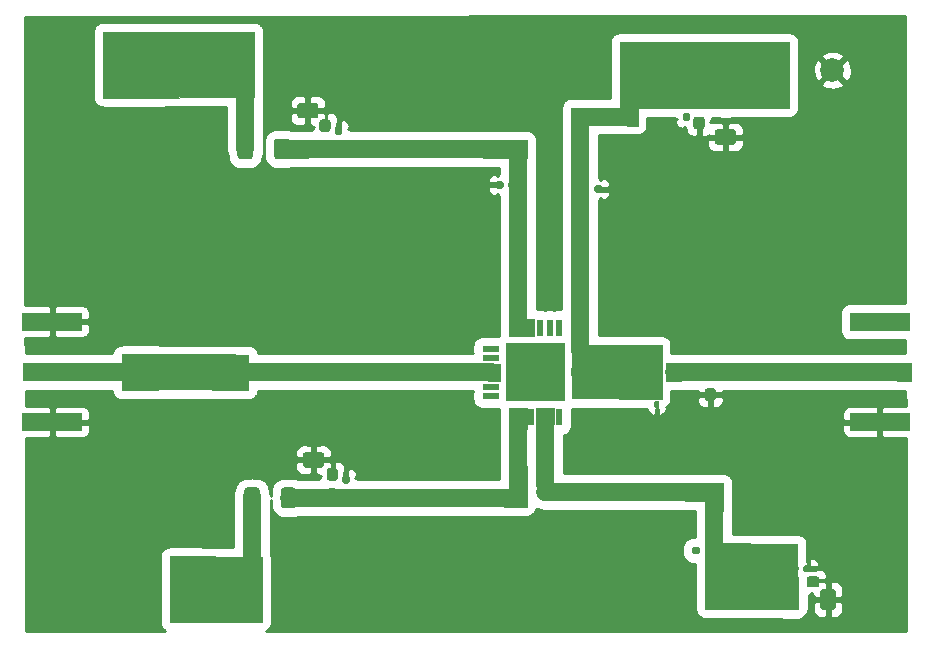
<source format=gtl>
G04 #@! TF.GenerationSoftware,KiCad,Pcbnew,(5.1.9)-1*
G04 #@! TF.CreationDate,2022-02-07T19:04:32+01:00*
G04 #@! TF.ProjectId,AmplificadorV2,416d706c-6966-4696-9361-646f7256322e,rev?*
G04 #@! TF.SameCoordinates,Original*
G04 #@! TF.FileFunction,Copper,L1,Top*
G04 #@! TF.FilePolarity,Positive*
%FSLAX46Y46*%
G04 Gerber Fmt 4.6, Leading zero omitted, Abs format (unit mm)*
G04 Created by KiCad (PCBNEW (5.1.9)-1) date 2022-02-07 19:04:32*
%MOMM*%
%LPD*%
G01*
G04 APERTURE LIST*
G04 #@! TA.AperFunction,NonConductor*
%ADD10C,0.010000*%
G04 #@! TD*
G04 #@! TA.AperFunction,NonConductor*
%ADD11C,0.001000*%
G04 #@! TD*
G04 #@! TA.AperFunction,NonConductor*
%ADD12C,0.000100*%
G04 #@! TD*
G04 #@! TA.AperFunction,NonConductor*
%ADD13C,0.000010*%
G04 #@! TD*
G04 #@! TA.AperFunction,NonConductor*
%ADD14C,0.100000*%
G04 #@! TD*
G04 #@! TA.AperFunction,SMDPad,CuDef*
%ADD15R,5.080000X1.500000*%
G04 #@! TD*
G04 #@! TA.AperFunction,ComponentPad*
%ADD16C,2.000000*%
G04 #@! TD*
G04 #@! TA.AperFunction,ComponentPad*
%ADD17R,2.000000X2.000000*%
G04 #@! TD*
G04 #@! TA.AperFunction,ComponentPad*
%ADD18C,0.245000*%
G04 #@! TD*
G04 #@! TA.AperFunction,SMDPad,CuDef*
%ADD19R,0.490000X0.490000*%
G04 #@! TD*
G04 #@! TA.AperFunction,SMDPad,CuDef*
%ADD20R,0.500000X1.450000*%
G04 #@! TD*
G04 #@! TA.AperFunction,SMDPad,CuDef*
%ADD21R,1.450000X0.500000*%
G04 #@! TD*
G04 #@! TA.AperFunction,Conductor*
%ADD22C,4.572000*%
G04 #@! TD*
G04 #@! TA.AperFunction,Conductor*
%ADD23C,1.524000*%
G04 #@! TD*
G04 #@! TA.AperFunction,Conductor*
%ADD24C,3.048000*%
G04 #@! TD*
G04 #@! TA.AperFunction,Conductor*
%ADD25C,0.254000*%
G04 #@! TD*
G04 #@! TA.AperFunction,Conductor*
%ADD26C,0.100000*%
G04 #@! TD*
G04 APERTURE END LIST*
D10*
G36*
X4953000Y-10541000D02*
G01*
X4978400Y-16078200D01*
X-2844800Y-16078200D01*
X-2844800Y-10515600D01*
X4953000Y-10541000D01*
G37*
X4953000Y-10541000D02*
X4978400Y-16078200D01*
X-2844800Y-16078200D01*
X-2844800Y-10515600D01*
X4953000Y-10541000D01*
G36*
X50317400Y-9448800D02*
G01*
X50342800Y-14986000D01*
X42519600Y-14986000D01*
X42519600Y-9423400D01*
X50317400Y-9448800D01*
G37*
X50317400Y-9448800D02*
X50342800Y-14986000D01*
X42519600Y-14986000D01*
X42519600Y-9423400D01*
X50317400Y-9448800D01*
D11*
G36*
X42519600Y-5816600D02*
G01*
X40792400Y-5816600D01*
X40792400Y-4292600D01*
X42519600Y-4292600D01*
X42519600Y-5816600D01*
G37*
X42519600Y-5816600D02*
X40792400Y-5816600D01*
X40792400Y-4292600D01*
X42519600Y-4292600D01*
X42519600Y-5816600D01*
D12*
G36*
X44043600Y-6654800D02*
G01*
X42519600Y-6654800D01*
X42519600Y-4292600D01*
X44043600Y-4292600D01*
X44043600Y-6654800D01*
G37*
X44043600Y-6654800D02*
X42519600Y-6654800D01*
X42519600Y-4292600D01*
X44043600Y-4292600D01*
X44043600Y-6654800D01*
D11*
G36*
X29692600Y660400D02*
G01*
X28168600Y660400D01*
X28194000Y2032000D01*
X29692600Y2032000D01*
X29692600Y660400D01*
G37*
X29692600Y660400D02*
X28168600Y660400D01*
X28194000Y2032000D01*
X29692600Y2032000D01*
X29692600Y660400D01*
G36*
X27406600Y-6324600D02*
G01*
X25501600Y-6324600D01*
X25501600Y-4800600D01*
X27406600Y-4800600D01*
X27406600Y-6324600D01*
G37*
X27406600Y-6324600D02*
X25501600Y-6324600D01*
X25501600Y-4800600D01*
X27406600Y-4800600D01*
X27406600Y-6324600D01*
G36*
X27406600Y-4800600D02*
G01*
X25882600Y-4800600D01*
X25882600Y-2895600D01*
X27406600Y-2895600D01*
X27406600Y-4800600D01*
G37*
X27406600Y-4800600D02*
X25882600Y-4800600D01*
X25882600Y-2895600D01*
X27406600Y-2895600D01*
X27406600Y-4800600D01*
G36*
X27406600Y304800D02*
G01*
X25882600Y304800D01*
X25882600Y2006600D01*
X27406600Y2006600D01*
X27406600Y304800D01*
G37*
X27406600Y304800D02*
X25882600Y304800D01*
X25882600Y2006600D01*
X27406600Y2006600D01*
X27406600Y304800D01*
D10*
G36*
X4318000Y28346400D02*
G01*
X-8496300Y28321000D01*
X-8470900Y33909000D01*
X4318000Y33909000D01*
X4318000Y28346400D01*
G37*
X4318000Y28346400D02*
X-8496300Y28321000D01*
X-8470900Y33909000D01*
X4318000Y33909000D01*
X4318000Y28346400D01*
D11*
G36*
X8864600Y23215600D02*
G01*
X6248400Y23215600D01*
X6248400Y24739600D01*
X8864600Y24739600D01*
X8864600Y23215600D01*
G37*
X8864600Y23215600D02*
X6248400Y23215600D01*
X6248400Y24739600D01*
X8864600Y24739600D01*
X8864600Y23215600D01*
D10*
G36*
X27406600Y23241000D02*
G01*
X23698200Y23241000D01*
X23698200Y24739600D01*
X27406600Y24739600D01*
X27406600Y23241000D01*
G37*
X27406600Y23241000D02*
X23698200Y23241000D01*
X23698200Y24739600D01*
X27406600Y24739600D01*
X27406600Y23241000D01*
G36*
X27990800Y8102600D02*
G01*
X25882600Y8102600D01*
X25882600Y9550400D01*
X27990800Y9550400D01*
X27990800Y8102600D01*
G37*
X27990800Y8102600D02*
X25882600Y8102600D01*
X25882600Y9550400D01*
X27990800Y9550400D01*
X27990800Y8102600D01*
G36*
X49606200Y27432000D02*
G01*
X35255200Y27457400D01*
X35255200Y33020000D01*
X49631600Y33020000D01*
X49606200Y27432000D01*
G37*
X49606200Y27432000D02*
X35255200Y27457400D01*
X35255200Y33020000D01*
X49631600Y33020000D01*
X49606200Y27432000D01*
D12*
G36*
X36779200Y25958800D02*
G01*
X35915600Y25958800D01*
X35890200Y27482800D01*
X36779200Y27482800D01*
X36779200Y25958800D01*
G37*
X36779200Y25958800D02*
X35915600Y25958800D01*
X35890200Y27482800D01*
X36779200Y27482800D01*
X36779200Y25958800D01*
D13*
G36*
X32689800Y26670000D02*
G01*
X31165800Y26670000D01*
X31165800Y27482800D01*
X32689800Y27482800D01*
X32689800Y26670000D01*
G37*
X32689800Y26670000D02*
X31165800Y26670000D01*
X31165800Y27482800D01*
X32689800Y27482800D01*
X32689800Y26670000D01*
D11*
G36*
X59893200Y4343400D02*
G01*
X58750200Y4343400D01*
X58750200Y5867400D01*
X59893200Y5867400D01*
X59893200Y4343400D01*
G37*
X59893200Y4343400D02*
X58750200Y4343400D01*
X58750200Y5867400D01*
X59893200Y5867400D01*
X59893200Y4343400D01*
G36*
X40462200Y4343400D02*
G01*
X39192200Y4343400D01*
X39192200Y5867400D01*
X40462200Y5867400D01*
X40462200Y4343400D01*
G37*
X40462200Y4343400D02*
X39192200Y4343400D01*
X39192200Y5867400D01*
X40462200Y5867400D01*
X40462200Y4343400D01*
G36*
X38811200Y2819400D02*
G01*
X35229800Y2819400D01*
X35229800Y7391400D01*
X38811200Y7391400D01*
X38811200Y2819400D01*
G37*
X38811200Y2819400D02*
X35229800Y2819400D01*
X35229800Y7391400D01*
X38811200Y7391400D01*
X38811200Y2819400D01*
D10*
G36*
X-3784600Y3530600D02*
G01*
X-6883400Y3530600D01*
X-6883400Y6578600D01*
X-3784600Y6578600D01*
X-3784600Y3530600D01*
G37*
X-3784600Y3530600D02*
X-6883400Y3530600D01*
X-6883400Y6578600D01*
X-3784600Y6578600D01*
X-3784600Y3530600D01*
D14*
G36*
X3810000Y3581400D02*
G01*
X736600Y3581400D01*
X736600Y6527800D01*
X3810000Y6527800D01*
X3810000Y3581400D01*
G37*
X3810000Y3581400D02*
X736600Y3581400D01*
X736600Y6527800D01*
X3810000Y6527800D01*
X3810000Y3581400D01*
G36*
X25120600Y4368800D02*
G01*
X24130000Y4368800D01*
X24130000Y5791200D01*
X25120600Y5791200D01*
X25120600Y4368800D01*
G37*
X25120600Y4368800D02*
X24130000Y4368800D01*
X24130000Y5791200D01*
X25120600Y5791200D01*
X25120600Y4368800D01*
G36*
X33350200Y2870200D02*
G01*
X31216600Y2870200D01*
X31216600Y7340600D01*
X33350200Y7340600D01*
X33350200Y2870200D01*
G37*
X33350200Y2870200D02*
X31216600Y2870200D01*
X31216600Y7340600D01*
X33350200Y7340600D01*
X33350200Y2870200D01*
G04 #@! TA.AperFunction,SMDPad,CuDef*
G36*
G01*
X4204800Y24602600D02*
X4204800Y23352600D01*
G75*
G02*
X3954800Y23102600I-250000J0D01*
G01*
X3154800Y23102600D01*
G75*
G02*
X2904800Y23352600I0J250000D01*
G01*
X2904800Y24602600D01*
G75*
G02*
X3154800Y24852600I250000J0D01*
G01*
X3954800Y24852600D01*
G75*
G02*
X4204800Y24602600I0J-250000D01*
G01*
G37*
G04 #@! TD.AperFunction*
G04 #@! TA.AperFunction,SMDPad,CuDef*
G36*
G01*
X7304800Y24602600D02*
X7304800Y23352600D01*
G75*
G02*
X7054800Y23102600I-250000J0D01*
G01*
X6254800Y23102600D01*
G75*
G02*
X6004800Y23352600I0J250000D01*
G01*
X6004800Y24602600D01*
G75*
G02*
X6254800Y24852600I250000J0D01*
G01*
X7054800Y24852600D01*
G75*
G02*
X7304800Y24602600I0J-250000D01*
G01*
G37*
G04 #@! TD.AperFunction*
G04 #@! TA.AperFunction,SMDPad,CuDef*
G36*
G01*
X4789000Y-4937600D02*
X4789000Y-6187600D01*
G75*
G02*
X4539000Y-6437600I-250000J0D01*
G01*
X3739000Y-6437600D01*
G75*
G02*
X3489000Y-6187600I0J250000D01*
G01*
X3489000Y-4937600D01*
G75*
G02*
X3739000Y-4687600I250000J0D01*
G01*
X4539000Y-4687600D01*
G75*
G02*
X4789000Y-4937600I0J-250000D01*
G01*
G37*
G04 #@! TD.AperFunction*
G04 #@! TA.AperFunction,SMDPad,CuDef*
G36*
G01*
X7889000Y-4937600D02*
X7889000Y-6187600D01*
G75*
G02*
X7639000Y-6437600I-250000J0D01*
G01*
X6839000Y-6437600D01*
G75*
G02*
X6589000Y-6187600I0J250000D01*
G01*
X6589000Y-4937600D01*
G75*
G02*
X6839000Y-4687600I250000J0D01*
G01*
X7639000Y-4687600D01*
G75*
G02*
X7889000Y-4937600I0J-250000D01*
G01*
G37*
G04 #@! TD.AperFunction*
D15*
X57302400Y5105400D03*
X57302400Y9355400D03*
X57302400Y855400D03*
X-12676200Y5105400D03*
X-12776200Y855400D03*
X-12776200Y9355400D03*
D16*
X53285400Y30632400D03*
D17*
X48285400Y30632400D03*
G04 #@! TA.AperFunction,SMDPad,CuDef*
G36*
G01*
X42713900Y3712500D02*
X43188900Y3712500D01*
G75*
G02*
X43426400Y3475000I0J-237500D01*
G01*
X43426400Y2875000D01*
G75*
G02*
X43188900Y2637500I-237500J0D01*
G01*
X42713900Y2637500D01*
G75*
G02*
X42476400Y2875000I0J237500D01*
G01*
X42476400Y3475000D01*
G75*
G02*
X42713900Y3712500I237500J0D01*
G01*
G37*
G04 #@! TD.AperFunction*
G04 #@! TA.AperFunction,SMDPad,CuDef*
G36*
G01*
X42713900Y5437500D02*
X43188900Y5437500D01*
G75*
G02*
X43426400Y5200000I0J-237500D01*
G01*
X43426400Y4600000D01*
G75*
G02*
X43188900Y4362500I-237500J0D01*
G01*
X42713900Y4362500D01*
G75*
G02*
X42476400Y4600000I0J237500D01*
G01*
X42476400Y5200000D01*
G75*
G02*
X42713900Y5437500I237500J0D01*
G01*
G37*
G04 #@! TD.AperFunction*
G04 #@! TA.AperFunction,SMDPad,CuDef*
G36*
G01*
X39077900Y5005400D02*
X39077900Y5205400D01*
G75*
G02*
X39177900Y5305400I100000J0D01*
G01*
X39612900Y5305400D01*
G75*
G02*
X39712900Y5205400I0J-100000D01*
G01*
X39712900Y5005400D01*
G75*
G02*
X39612900Y4905400I-100000J0D01*
G01*
X39177900Y4905400D01*
G75*
G02*
X39077900Y5005400I0J100000D01*
G01*
G37*
G04 #@! TD.AperFunction*
G04 #@! TA.AperFunction,SMDPad,CuDef*
G36*
G01*
X38262900Y5005400D02*
X38262900Y5205400D01*
G75*
G02*
X38362900Y5305400I100000J0D01*
G01*
X38797900Y5305400D01*
G75*
G02*
X38897900Y5205400I0J-100000D01*
G01*
X38897900Y5005400D01*
G75*
G02*
X38797900Y4905400I-100000J0D01*
G01*
X38362900Y4905400D01*
G75*
G02*
X38262900Y5005400I0J100000D01*
G01*
G37*
G04 #@! TD.AperFunction*
G04 #@! TA.AperFunction,SMDPad,CuDef*
G36*
G01*
X38304800Y2653200D02*
X38504800Y2653200D01*
G75*
G02*
X38604800Y2553200I0J-100000D01*
G01*
X38604800Y2118200D01*
G75*
G02*
X38504800Y2018200I-100000J0D01*
G01*
X38304800Y2018200D01*
G75*
G02*
X38204800Y2118200I0J100000D01*
G01*
X38204800Y2553200D01*
G75*
G02*
X38304800Y2653200I100000J0D01*
G01*
G37*
G04 #@! TD.AperFunction*
G04 #@! TA.AperFunction,SMDPad,CuDef*
G36*
G01*
X38304800Y3468200D02*
X38504800Y3468200D01*
G75*
G02*
X38604800Y3368200I0J-100000D01*
G01*
X38604800Y2933200D01*
G75*
G02*
X38504800Y2833200I-100000J0D01*
G01*
X38304800Y2833200D01*
G75*
G02*
X38204800Y2933200I0J100000D01*
G01*
X38204800Y3368200D01*
G75*
G02*
X38304800Y3468200I100000J0D01*
G01*
G37*
G04 #@! TD.AperFunction*
G04 #@! TA.AperFunction,SMDPad,CuDef*
G36*
G01*
X52245700Y-14823201D02*
X52245700Y-13523199D01*
G75*
G02*
X52495699Y-13273200I249999J0D01*
G01*
X53320701Y-13273200D01*
G75*
G02*
X53570700Y-13523199I0J-249999D01*
G01*
X53570700Y-14823201D01*
G75*
G02*
X53320701Y-15073200I-249999J0D01*
G01*
X52495699Y-15073200D01*
G75*
G02*
X52245700Y-14823201I0J249999D01*
G01*
G37*
G04 #@! TD.AperFunction*
G04 #@! TA.AperFunction,SMDPad,CuDef*
G36*
G01*
X49120700Y-14823201D02*
X49120700Y-13523199D01*
G75*
G02*
X49370699Y-13273200I249999J0D01*
G01*
X50195701Y-13273200D01*
G75*
G02*
X50445700Y-13523199I0J-249999D01*
G01*
X50445700Y-14823201D01*
G75*
G02*
X50195701Y-15073200I-249999J0D01*
G01*
X49370699Y-15073200D01*
G75*
G02*
X49120700Y-14823201I0J249999D01*
G01*
G37*
G04 #@! TD.AperFunction*
G04 #@! TA.AperFunction,SMDPad,CuDef*
G36*
G01*
X51100700Y-12912100D02*
X51100700Y-12437100D01*
G75*
G02*
X51338200Y-12199600I237500J0D01*
G01*
X51938200Y-12199600D01*
G75*
G02*
X52175700Y-12437100I0J-237500D01*
G01*
X52175700Y-12912100D01*
G75*
G02*
X51938200Y-13149600I-237500J0D01*
G01*
X51338200Y-13149600D01*
G75*
G02*
X51100700Y-12912100I0J237500D01*
G01*
G37*
G04 #@! TD.AperFunction*
G04 #@! TA.AperFunction,SMDPad,CuDef*
G36*
G01*
X49375700Y-12912100D02*
X49375700Y-12437100D01*
G75*
G02*
X49613200Y-12199600I237500J0D01*
G01*
X50213200Y-12199600D01*
G75*
G02*
X50450700Y-12437100I0J-237500D01*
G01*
X50450700Y-12912100D01*
G75*
G02*
X50213200Y-13149600I-237500J0D01*
G01*
X49613200Y-13149600D01*
G75*
G02*
X49375700Y-12912100I0J237500D01*
G01*
G37*
G04 #@! TD.AperFunction*
G04 #@! TA.AperFunction,SMDPad,CuDef*
G36*
G01*
X9997201Y-3011600D02*
X8697199Y-3011600D01*
G75*
G02*
X8447200Y-2761601I0J249999D01*
G01*
X8447200Y-1936599D01*
G75*
G02*
X8697199Y-1686600I249999J0D01*
G01*
X9997201Y-1686600D01*
G75*
G02*
X10247200Y-1936599I0J-249999D01*
G01*
X10247200Y-2761601D01*
G75*
G02*
X9997201Y-3011600I-249999J0D01*
G01*
G37*
G04 #@! TD.AperFunction*
G04 #@! TA.AperFunction,SMDPad,CuDef*
G36*
G01*
X9997201Y-6136600D02*
X8697199Y-6136600D01*
G75*
G02*
X8447200Y-5886601I0J249999D01*
G01*
X8447200Y-5061599D01*
G75*
G02*
X8697199Y-4811600I249999J0D01*
G01*
X9997201Y-4811600D01*
G75*
G02*
X10247200Y-5061599I0J-249999D01*
G01*
X10247200Y-5886601D01*
G75*
G02*
X9997201Y-6136600I-249999J0D01*
G01*
G37*
G04 #@! TD.AperFunction*
G04 #@! TA.AperFunction,SMDPad,CuDef*
G36*
G01*
X12245400Y-4397400D02*
X11935400Y-4397400D01*
G75*
G02*
X11780400Y-4242400I0J155000D01*
G01*
X11780400Y-3817400D01*
G75*
G02*
X11935400Y-3662400I155000J0D01*
G01*
X12245400Y-3662400D01*
G75*
G02*
X12400400Y-3817400I0J-155000D01*
G01*
X12400400Y-4242400D01*
G75*
G02*
X12245400Y-4397400I-155000J0D01*
G01*
G37*
G04 #@! TD.AperFunction*
G04 #@! TA.AperFunction,SMDPad,CuDef*
G36*
G01*
X12245400Y-5532400D02*
X11935400Y-5532400D01*
G75*
G02*
X11780400Y-5377400I0J155000D01*
G01*
X11780400Y-4952400D01*
G75*
G02*
X11935400Y-4797400I155000J0D01*
G01*
X12245400Y-4797400D01*
G75*
G02*
X12400400Y-4952400I0J-155000D01*
G01*
X12400400Y-5377400D01*
G75*
G02*
X12245400Y-5532400I-155000J0D01*
G01*
G37*
G04 #@! TD.AperFunction*
G04 #@! TA.AperFunction,SMDPad,CuDef*
G36*
G01*
X10549900Y25395900D02*
X10074900Y25395900D01*
G75*
G02*
X9837400Y25633400I0J237500D01*
G01*
X9837400Y26233400D01*
G75*
G02*
X10074900Y26470900I237500J0D01*
G01*
X10549900Y26470900D01*
G75*
G02*
X10787400Y26233400I0J-237500D01*
G01*
X10787400Y25633400D01*
G75*
G02*
X10549900Y25395900I-237500J0D01*
G01*
G37*
G04 #@! TD.AperFunction*
G04 #@! TA.AperFunction,SMDPad,CuDef*
G36*
G01*
X10549900Y23670900D02*
X10074900Y23670900D01*
G75*
G02*
X9837400Y23908400I0J237500D01*
G01*
X9837400Y24508400D01*
G75*
G02*
X10074900Y24745900I237500J0D01*
G01*
X10549900Y24745900D01*
G75*
G02*
X10787400Y24508400I0J-237500D01*
G01*
X10787400Y23908400D01*
G75*
G02*
X10549900Y23670900I-237500J0D01*
G01*
G37*
G04 #@! TD.AperFunction*
G04 #@! TA.AperFunction,SMDPad,CuDef*
G36*
G01*
X40764400Y27045500D02*
X41074400Y27045500D01*
G75*
G02*
X41229400Y26890500I0J-155000D01*
G01*
X41229400Y26465500D01*
G75*
G02*
X41074400Y26310500I-155000J0D01*
G01*
X40764400Y26310500D01*
G75*
G02*
X40609400Y26465500I0J155000D01*
G01*
X40609400Y26890500D01*
G75*
G02*
X40764400Y27045500I155000J0D01*
G01*
G37*
G04 #@! TD.AperFunction*
G04 #@! TA.AperFunction,SMDPad,CuDef*
G36*
G01*
X40764400Y28180500D02*
X41074400Y28180500D01*
G75*
G02*
X41229400Y28025500I0J-155000D01*
G01*
X41229400Y27600500D01*
G75*
G02*
X41074400Y27445500I-155000J0D01*
G01*
X40764400Y27445500D01*
G75*
G02*
X40609400Y27600500I0J155000D01*
G01*
X40609400Y28025500D01*
G75*
G02*
X40764400Y28180500I155000J0D01*
G01*
G37*
G04 #@! TD.AperFunction*
G04 #@! TA.AperFunction,SMDPad,CuDef*
G36*
G01*
X42507700Y-10162600D02*
X42507700Y-9852600D01*
G75*
G02*
X42662700Y-9697600I155000J0D01*
G01*
X43087700Y-9697600D01*
G75*
G02*
X43242700Y-9852600I0J-155000D01*
G01*
X43242700Y-10162600D01*
G75*
G02*
X43087700Y-10317600I-155000J0D01*
G01*
X42662700Y-10317600D01*
G75*
G02*
X42507700Y-10162600I0J155000D01*
G01*
G37*
G04 #@! TD.AperFunction*
G04 #@! TA.AperFunction,SMDPad,CuDef*
G36*
G01*
X41372700Y-10162600D02*
X41372700Y-9852600D01*
G75*
G02*
X41527700Y-9697600I155000J0D01*
G01*
X41952700Y-9697600D01*
G75*
G02*
X42107700Y-9852600I0J-155000D01*
G01*
X42107700Y-10162600D01*
G75*
G02*
X41952700Y-10317600I-155000J0D01*
G01*
X41527700Y-10317600D01*
G75*
G02*
X41372700Y-10162600I0J155000D01*
G01*
G37*
G04 #@! TD.AperFunction*
G04 #@! TA.AperFunction,SMDPad,CuDef*
G36*
G01*
X25454000Y21084600D02*
X25454000Y20774600D01*
G75*
G02*
X25299000Y20619600I-155000J0D01*
G01*
X24874000Y20619600D01*
G75*
G02*
X24719000Y20774600I0J155000D01*
G01*
X24719000Y21084600D01*
G75*
G02*
X24874000Y21239600I155000J0D01*
G01*
X25299000Y21239600D01*
G75*
G02*
X25454000Y21084600I0J-155000D01*
G01*
G37*
G04 #@! TD.AperFunction*
G04 #@! TA.AperFunction,SMDPad,CuDef*
G36*
G01*
X26589000Y21084600D02*
X26589000Y20774600D01*
G75*
G02*
X26434000Y20619600I-155000J0D01*
G01*
X26009000Y20619600D01*
G75*
G02*
X25854000Y20774600I0J155000D01*
G01*
X25854000Y21084600D01*
G75*
G02*
X26009000Y21239600I155000J0D01*
G01*
X26434000Y21239600D01*
G75*
G02*
X26589000Y21084600I0J-155000D01*
G01*
G37*
G04 #@! TD.AperFunction*
G04 #@! TA.AperFunction,SMDPad,CuDef*
G36*
G01*
X11610400Y25159500D02*
X11300400Y25159500D01*
G75*
G02*
X11145400Y25314500I0J155000D01*
G01*
X11145400Y25739500D01*
G75*
G02*
X11300400Y25894500I155000J0D01*
G01*
X11610400Y25894500D01*
G75*
G02*
X11765400Y25739500I0J-155000D01*
G01*
X11765400Y25314500D01*
G75*
G02*
X11610400Y25159500I-155000J0D01*
G01*
G37*
G04 #@! TD.AperFunction*
G04 #@! TA.AperFunction,SMDPad,CuDef*
G36*
G01*
X11610400Y24024500D02*
X11300400Y24024500D01*
G75*
G02*
X11145400Y24179500I0J155000D01*
G01*
X11145400Y24604500D01*
G75*
G02*
X11300400Y24759500I155000J0D01*
G01*
X11610400Y24759500D01*
G75*
G02*
X11765400Y24604500I0J-155000D01*
G01*
X11765400Y24179500D01*
G75*
G02*
X11610400Y24024500I-155000J0D01*
G01*
G37*
G04 #@! TD.AperFunction*
G04 #@! TA.AperFunction,SMDPad,CuDef*
G36*
G01*
X50813500Y-11712000D02*
X50813500Y-11402000D01*
G75*
G02*
X50968500Y-11247000I155000J0D01*
G01*
X51393500Y-11247000D01*
G75*
G02*
X51548500Y-11402000I0J-155000D01*
G01*
X51548500Y-11712000D01*
G75*
G02*
X51393500Y-11867000I-155000J0D01*
G01*
X50968500Y-11867000D01*
G75*
G02*
X50813500Y-11712000I0J155000D01*
G01*
G37*
G04 #@! TD.AperFunction*
G04 #@! TA.AperFunction,SMDPad,CuDef*
G36*
G01*
X49678500Y-11712000D02*
X49678500Y-11402000D01*
G75*
G02*
X49833500Y-11247000I155000J0D01*
G01*
X50258500Y-11247000D01*
G75*
G02*
X50413500Y-11402000I0J-155000D01*
G01*
X50413500Y-11712000D01*
G75*
G02*
X50258500Y-11867000I-155000J0D01*
G01*
X49833500Y-11867000D01*
G75*
G02*
X49678500Y-11712000I0J155000D01*
G01*
G37*
G04 #@! TD.AperFunction*
G04 #@! TA.AperFunction,SMDPad,CuDef*
G36*
G01*
X32709700Y20729000D02*
X32709700Y20419000D01*
G75*
G02*
X32554700Y20264000I-155000J0D01*
G01*
X32129700Y20264000D01*
G75*
G02*
X31974700Y20419000I0J155000D01*
G01*
X31974700Y20729000D01*
G75*
G02*
X32129700Y20884000I155000J0D01*
G01*
X32554700Y20884000D01*
G75*
G02*
X32709700Y20729000I0J-155000D01*
G01*
G37*
G04 #@! TD.AperFunction*
G04 #@! TA.AperFunction,SMDPad,CuDef*
G36*
G01*
X33844700Y20729000D02*
X33844700Y20419000D01*
G75*
G02*
X33689700Y20264000I-155000J0D01*
G01*
X33264700Y20264000D01*
G75*
G02*
X33109700Y20419000I0J155000D01*
G01*
X33109700Y20729000D01*
G75*
G02*
X33264700Y20884000I155000J0D01*
G01*
X33689700Y20884000D01*
G75*
G02*
X33844700Y20729000I0J-155000D01*
G01*
G37*
G04 #@! TD.AperFunction*
G04 #@! TA.AperFunction,SMDPad,CuDef*
G36*
G01*
X11159500Y-4120000D02*
X10684500Y-4120000D01*
G75*
G02*
X10447000Y-3882500I0J237500D01*
G01*
X10447000Y-3282500D01*
G75*
G02*
X10684500Y-3045000I237500J0D01*
G01*
X11159500Y-3045000D01*
G75*
G02*
X11397000Y-3282500I0J-237500D01*
G01*
X11397000Y-3882500D01*
G75*
G02*
X11159500Y-4120000I-237500J0D01*
G01*
G37*
G04 #@! TD.AperFunction*
G04 #@! TA.AperFunction,SMDPad,CuDef*
G36*
G01*
X11159500Y-5845000D02*
X10684500Y-5845000D01*
G75*
G02*
X10447000Y-5607500I0J237500D01*
G01*
X10447000Y-5007500D01*
G75*
G02*
X10684500Y-4770000I237500J0D01*
G01*
X11159500Y-4770000D01*
G75*
G02*
X11397000Y-5007500I0J-237500D01*
G01*
X11397000Y-5607500D01*
G75*
G02*
X11159500Y-5845000I-237500J0D01*
G01*
G37*
G04 #@! TD.AperFunction*
G04 #@! TA.AperFunction,SMDPad,CuDef*
G36*
G01*
X41748700Y26700600D02*
X42223700Y26700600D01*
G75*
G02*
X42461200Y26463100I0J-237500D01*
G01*
X42461200Y25863100D01*
G75*
G02*
X42223700Y25625600I-237500J0D01*
G01*
X41748700Y25625600D01*
G75*
G02*
X41511200Y25863100I0J237500D01*
G01*
X41511200Y26463100D01*
G75*
G02*
X41748700Y26700600I237500J0D01*
G01*
G37*
G04 #@! TD.AperFunction*
G04 #@! TA.AperFunction,SMDPad,CuDef*
G36*
G01*
X41748700Y28425600D02*
X42223700Y28425600D01*
G75*
G02*
X42461200Y28188100I0J-237500D01*
G01*
X42461200Y27588100D01*
G75*
G02*
X42223700Y27350600I-237500J0D01*
G01*
X41748700Y27350600D01*
G75*
G02*
X41511200Y27588100I0J237500D01*
G01*
X41511200Y28188100D01*
G75*
G02*
X41748700Y28425600I237500J0D01*
G01*
G37*
G04 #@! TD.AperFunction*
G04 #@! TA.AperFunction,SMDPad,CuDef*
G36*
G01*
X43571399Y25643000D02*
X44871401Y25643000D01*
G75*
G02*
X45121400Y25393001I0J-249999D01*
G01*
X45121400Y24567999D01*
G75*
G02*
X44871401Y24318000I-249999J0D01*
G01*
X43571399Y24318000D01*
G75*
G02*
X43321400Y24567999I0J249999D01*
G01*
X43321400Y25393001D01*
G75*
G02*
X43571399Y25643000I249999J0D01*
G01*
G37*
G04 #@! TD.AperFunction*
G04 #@! TA.AperFunction,SMDPad,CuDef*
G36*
G01*
X43571399Y28768000D02*
X44871401Y28768000D01*
G75*
G02*
X45121400Y28518001I0J-249999D01*
G01*
X45121400Y27692999D01*
G75*
G02*
X44871401Y27443000I-249999J0D01*
G01*
X43571399Y27443000D01*
G75*
G02*
X43321400Y27692999I0J249999D01*
G01*
X43321400Y28518001D01*
G75*
G02*
X43571399Y28768000I249999J0D01*
G01*
G37*
G04 #@! TD.AperFunction*
G04 #@! TA.AperFunction,SMDPad,CuDef*
G36*
G01*
X9514601Y26554000D02*
X8214599Y26554000D01*
G75*
G02*
X7964600Y26803999I0J249999D01*
G01*
X7964600Y27629001D01*
G75*
G02*
X8214599Y27879000I249999J0D01*
G01*
X9514601Y27879000D01*
G75*
G02*
X9764600Y27629001I0J-249999D01*
G01*
X9764600Y26803999D01*
G75*
G02*
X9514601Y26554000I-249999J0D01*
G01*
G37*
G04 #@! TD.AperFunction*
G04 #@! TA.AperFunction,SMDPad,CuDef*
G36*
G01*
X9514601Y23429000D02*
X8214599Y23429000D01*
G75*
G02*
X7964600Y23678999I0J249999D01*
G01*
X7964600Y24504001D01*
G75*
G02*
X8214599Y24754000I249999J0D01*
G01*
X9514601Y24754000D01*
G75*
G02*
X9764600Y24504001I0J-249999D01*
G01*
X9764600Y23678999D01*
G75*
G02*
X9514601Y23429000I-249999J0D01*
G01*
G37*
G04 #@! TD.AperFunction*
D18*
X30343400Y2849600D03*
X30343400Y3339600D03*
X30343400Y3829600D03*
X30343400Y4319600D03*
X30343400Y4809600D03*
X30343400Y5299600D03*
X30343400Y5789600D03*
X30343400Y6279600D03*
X30343400Y6769600D03*
X30343400Y7259600D03*
X29853400Y2849600D03*
X29853400Y3339600D03*
X29853400Y3829600D03*
X29853400Y4319600D03*
X29853400Y4809600D03*
X29853400Y5299600D03*
X29853400Y5789600D03*
X29853400Y6279600D03*
X29853400Y6769600D03*
X29853400Y7259600D03*
X29363400Y2849600D03*
X29363400Y3339600D03*
X29363400Y3829600D03*
X29363400Y4319600D03*
X29363400Y4809600D03*
X29363400Y5299600D03*
X29363400Y5789600D03*
X29363400Y6279600D03*
X29363400Y6769600D03*
X29363400Y7259600D03*
X28873400Y2849600D03*
X28873400Y3339600D03*
X28873400Y3829600D03*
X28873400Y4319600D03*
X28873400Y4809600D03*
X28873400Y5299600D03*
X28873400Y5789600D03*
X28873400Y6279600D03*
X28873400Y6769600D03*
X28873400Y7259600D03*
X28383400Y2849600D03*
X28383400Y3339600D03*
X28383400Y3829600D03*
X28383400Y4319600D03*
X28383400Y4809600D03*
X28383400Y5299600D03*
X28383400Y5789600D03*
X28383400Y6279600D03*
X28383400Y6769600D03*
X28383400Y7259600D03*
X27893400Y2849600D03*
X27893400Y3339600D03*
X27893400Y3829600D03*
X27893400Y4319600D03*
X27893400Y4809600D03*
X27893400Y5299600D03*
X27893400Y5789600D03*
X27893400Y6279600D03*
X27893400Y6769600D03*
X27893400Y7259600D03*
X27403400Y2849600D03*
X27403400Y3339600D03*
X27403400Y3829600D03*
X27403400Y4319600D03*
X27403400Y4809600D03*
X27403400Y5299600D03*
X27403400Y5789600D03*
X27403400Y6279600D03*
X27403400Y6769600D03*
X27403400Y7259600D03*
X26913400Y2849600D03*
X26913400Y3339600D03*
X26913400Y3829600D03*
X26913400Y4319600D03*
X26913400Y4809600D03*
X26913400Y5299600D03*
X26913400Y5789600D03*
X26913400Y6279600D03*
X26913400Y6769600D03*
X26913400Y7259600D03*
X26423400Y2849600D03*
X26423400Y3339600D03*
X26423400Y3829600D03*
X26423400Y4319600D03*
X26423400Y4809600D03*
X26423400Y5299600D03*
X26423400Y5789600D03*
X26423400Y6279600D03*
X26423400Y6769600D03*
X26423400Y7259600D03*
X25933400Y2849600D03*
X25933400Y3339600D03*
X25933400Y3829600D03*
X25933400Y4319600D03*
X25933400Y4809600D03*
X25933400Y5299600D03*
X25933400Y5789600D03*
X25933400Y6279600D03*
X25933400Y6769600D03*
X25933400Y7259600D03*
D19*
X30343400Y2849600D03*
X30343400Y3339600D03*
X30343400Y3829600D03*
X30343400Y4319600D03*
X30343400Y4809600D03*
X30343400Y5299600D03*
X30343400Y5789600D03*
X30343400Y6279600D03*
X30343400Y6769600D03*
X30343400Y7259600D03*
X29853400Y2849600D03*
X29853400Y3339600D03*
X29853400Y3829600D03*
X29853400Y4319600D03*
X29853400Y4809600D03*
X29853400Y5299600D03*
X29853400Y5789600D03*
X29853400Y6279600D03*
X29853400Y6769600D03*
X29853400Y7259600D03*
X29363400Y2849600D03*
X29363400Y3339600D03*
X29363400Y3829600D03*
X29363400Y4319600D03*
X29363400Y4809600D03*
X29363400Y5299600D03*
X29363400Y5789600D03*
X29363400Y6279600D03*
X29363400Y6769600D03*
X29363400Y7259600D03*
X28873400Y2849600D03*
X28873400Y3339600D03*
X28873400Y3829600D03*
X28873400Y4319600D03*
X28873400Y4809600D03*
X28873400Y5299600D03*
X28873400Y5789600D03*
X28873400Y6279600D03*
X28873400Y6769600D03*
X28873400Y7259600D03*
X28383400Y2849600D03*
X28383400Y3339600D03*
X28383400Y3829600D03*
X28383400Y4319600D03*
X28383400Y4809600D03*
X28383400Y5299600D03*
X28383400Y5789600D03*
X28383400Y6279600D03*
X28383400Y6769600D03*
X28383400Y7259600D03*
X27893400Y2849600D03*
X27893400Y3339600D03*
X27893400Y3829600D03*
X27893400Y4319600D03*
X27893400Y4809600D03*
X27893400Y5299600D03*
X27893400Y5789600D03*
X27893400Y6279600D03*
X27893400Y6769600D03*
X27893400Y7259600D03*
X27403400Y2849600D03*
X27403400Y3339600D03*
X27403400Y3829600D03*
X27403400Y4319600D03*
X27403400Y4809600D03*
X27403400Y5299600D03*
X27403400Y5789600D03*
X27403400Y6279600D03*
X27403400Y6769600D03*
X27403400Y7259600D03*
X26913400Y2849600D03*
X26913400Y3339600D03*
X26913400Y3829600D03*
X26913400Y4319600D03*
X26913400Y4809600D03*
X26913400Y5299600D03*
X26913400Y5789600D03*
X26913400Y6279600D03*
X26913400Y6769600D03*
X26913400Y7259600D03*
X26423400Y2849600D03*
X26423400Y3339600D03*
X26423400Y3829600D03*
X26423400Y4319600D03*
X26423400Y4809600D03*
X26423400Y5299600D03*
X26423400Y5789600D03*
X26423400Y6279600D03*
X26423400Y6769600D03*
X26423400Y7259600D03*
X25933400Y2849600D03*
X25933400Y3339600D03*
X25933400Y3829600D03*
X25933400Y4319600D03*
X25933400Y4809600D03*
X25933400Y5299600D03*
X25933400Y5789600D03*
X25933400Y6279600D03*
X25933400Y6769600D03*
X25933400Y7259600D03*
D20*
X26138400Y8829600D03*
X26938400Y8829600D03*
X27738400Y8829600D03*
X28538400Y8829600D03*
X29338400Y8829600D03*
X30138400Y8829600D03*
D21*
X31913400Y7054600D03*
X31913400Y6254600D03*
X31913400Y5454600D03*
X31913400Y4654600D03*
X31913400Y3854600D03*
X31913400Y3054600D03*
D20*
X30138400Y1279600D03*
X29338400Y1279600D03*
X28538400Y1279600D03*
X27738400Y1279600D03*
X26938400Y1279600D03*
X26138400Y1279600D03*
D21*
X24363400Y3054600D03*
X24363400Y3854600D03*
X24363400Y4654600D03*
X24363400Y5454600D03*
X24363400Y6254600D03*
X24363400Y7054600D03*
D22*
X33451800Y5105400D02*
X36260000Y5105400D01*
D23*
X39928800Y5105400D02*
X59000000Y5105400D01*
X31927800Y26720800D02*
X36000000Y26720800D01*
X31927800Y6908800D02*
X31927800Y26720800D01*
X7300000Y-5562600D02*
X26644600Y-5562600D01*
X26644600Y1244600D02*
X26644600Y-3810000D01*
X26644600Y23977600D02*
X7300000Y23977600D01*
X26644600Y9525000D02*
X26644600Y23500000D01*
X46748300Y30632400D02*
X44221400Y28105500D01*
X48285400Y30632400D02*
X46748300Y30632400D01*
X4113600Y-5435600D02*
X4113600Y-10458000D01*
X3554800Y23977600D02*
X3554800Y29000000D01*
X43282800Y-5054600D02*
X43282800Y-10077000D01*
X41000000Y-5054600D02*
X28930600Y-5054600D01*
X28930600Y1270000D02*
X28930600Y-4500000D01*
X-6883400Y5105400D02*
X-12213400Y5105400D01*
X24333200Y5080000D02*
X2997200Y5080000D01*
D24*
X2565400Y5054600D02*
X-5400000Y5054600D01*
D25*
X-12291855Y3508400D02*
X-7721223Y3508400D01*
X-7715689Y3451958D01*
X-7708521Y3373200D01*
X-7707689Y3370375D01*
X-7707402Y3367443D01*
X-7684541Y3291722D01*
X-7662234Y3215930D01*
X-7660871Y3213323D01*
X-7660019Y3210501D01*
X-7622884Y3140660D01*
X-7586282Y3070647D01*
X-7584437Y3068353D01*
X-7583054Y3065751D01*
X-7533078Y3004474D01*
X-7483557Y2942883D01*
X-7481301Y2940990D01*
X-7479439Y2938707D01*
X-7418481Y2888278D01*
X-7357972Y2837505D01*
X-7355395Y2836088D01*
X-7353122Y2834208D01*
X-7283551Y2796591D01*
X-7214311Y2758526D01*
X-7211502Y2757635D01*
X-7208913Y2756235D01*
X-7133445Y2732874D01*
X-7058046Y2708956D01*
X-7055117Y2708627D01*
X-7052305Y2707757D01*
X-6973667Y2699492D01*
X-6895128Y2690682D01*
X-6889478Y2690642D01*
X-6889264Y2690620D01*
X-6889050Y2690640D01*
X-6883400Y2690600D01*
X-3784600Y2690600D01*
X-3733607Y2695600D01*
X2681288Y2695600D01*
X2689411Y2696400D01*
X3810000Y2696400D01*
X3892911Y2704530D01*
X3975832Y2712076D01*
X3978809Y2712952D01*
X3981897Y2713255D01*
X4061578Y2737312D01*
X4141527Y2760842D01*
X4144280Y2762281D01*
X4147247Y2763177D01*
X4220777Y2802274D01*
X4294593Y2840864D01*
X4297009Y2842807D01*
X4299752Y2844265D01*
X4364333Y2896936D01*
X4429202Y2949092D01*
X4431196Y2951469D01*
X4433601Y2953430D01*
X4486697Y3017612D01*
X4540225Y3081404D01*
X4541719Y3084122D01*
X4543698Y3086514D01*
X4583302Y3159761D01*
X4623435Y3232761D01*
X4624374Y3235721D01*
X4625849Y3238449D01*
X4650460Y3317956D01*
X4675661Y3397398D01*
X4676007Y3400484D01*
X4676924Y3403446D01*
X4685285Y3483000D01*
X22811337Y3483000D01*
X22814134Y3454600D01*
X22799360Y3304600D01*
X22799360Y2804600D01*
X22815482Y2640911D01*
X22863228Y2483513D01*
X22940764Y2338454D01*
X23045109Y2211309D01*
X23172254Y2106964D01*
X23317313Y2029428D01*
X23474711Y1981682D01*
X23638400Y1965560D01*
X25047100Y1965560D01*
X25047100Y304800D01*
X25047600Y299699D01*
X25047601Y-2880192D01*
X25047181Y-2883935D01*
X25047142Y-2889558D01*
X25047120Y-2889767D01*
X25047139Y-2889976D01*
X25047100Y-2895600D01*
X25047100Y-3965600D01*
X13035400Y-3965600D01*
X13035400Y-3902898D01*
X12876652Y-3902898D01*
X13035400Y-3744150D01*
X13038472Y-3662400D01*
X13026212Y-3537918D01*
X12989902Y-3418220D01*
X12930937Y-3307906D01*
X12851585Y-3211215D01*
X12754894Y-3131863D01*
X12644580Y-3072898D01*
X12524882Y-3036588D01*
X12400400Y-3024328D01*
X12376150Y-3027400D01*
X12217400Y-3186150D01*
X12217400Y-3902900D01*
X12237400Y-3902900D01*
X12237400Y-3958360D01*
X12033100Y-3958360D01*
X12032000Y-3868250D01*
X11963400Y-3799650D01*
X11963400Y-3365350D01*
X12032000Y-3296750D01*
X12035072Y-3045000D01*
X12022812Y-2920518D01*
X11986502Y-2800820D01*
X11927537Y-2690506D01*
X11848185Y-2593815D01*
X11751494Y-2514463D01*
X11641180Y-2455498D01*
X11521482Y-2419188D01*
X11397000Y-2406928D01*
X11207750Y-2410000D01*
X11049000Y-2568750D01*
X11049000Y-3455500D01*
X11179589Y-3455500D01*
X11154588Y-3537918D01*
X11142328Y-3662400D01*
X11144098Y-3709500D01*
X11049000Y-3709500D01*
X11049000Y-3729500D01*
X10795000Y-3729500D01*
X10795000Y-3709500D01*
X10775000Y-3709500D01*
X10775000Y-3455500D01*
X10795000Y-3455500D01*
X10795000Y-3333798D01*
X10836702Y-3255780D01*
X10873012Y-3136082D01*
X10885272Y-3011600D01*
X10882200Y-2634850D01*
X10723450Y-2476100D01*
X10702350Y-2476100D01*
X10636250Y-2410000D01*
X10447000Y-2406928D01*
X10322518Y-2419188D01*
X10202820Y-2455498D01*
X10164277Y-2476100D01*
X9474200Y-2476100D01*
X9474200Y-3487850D01*
X9632950Y-3646600D01*
X9812000Y-3647495D01*
X9812000Y-3709502D01*
X9970748Y-3709502D01*
X9812000Y-3868250D01*
X9810812Y-3965600D01*
X8119633Y-3965600D01*
X8055758Y-3931458D01*
X7851461Y-3869486D01*
X7639000Y-3848560D01*
X6839000Y-3848560D01*
X6626539Y-3869486D01*
X6422242Y-3931458D01*
X6233962Y-4032096D01*
X6068932Y-4167532D01*
X5933496Y-4332562D01*
X5832858Y-4520842D01*
X5770886Y-4725139D01*
X5749960Y-4937600D01*
X5749960Y-5170901D01*
X5726107Y-5249533D01*
X5710600Y-5406980D01*
X5710600Y-5357145D01*
X5687493Y-5122533D01*
X5626428Y-4921230D01*
X5607114Y-4725139D01*
X5545142Y-4520842D01*
X5444504Y-4332562D01*
X5309068Y-4167532D01*
X5144038Y-4032096D01*
X4955758Y-3931458D01*
X4751461Y-3869486D01*
X4539000Y-3848560D01*
X4293181Y-3848560D01*
X4113600Y-3830873D01*
X3934018Y-3848560D01*
X3739000Y-3848560D01*
X3526539Y-3869486D01*
X3322242Y-3931458D01*
X3133962Y-4032096D01*
X2968932Y-4167532D01*
X2833496Y-4332562D01*
X2732858Y-4520842D01*
X2670886Y-4725139D01*
X2668255Y-4751847D01*
X2631026Y-4821499D01*
X2539707Y-5122534D01*
X2516600Y-5357146D01*
X2516601Y-9693059D01*
X-2842064Y-9675604D01*
X-2922107Y-9683190D01*
X-3002200Y-9690479D01*
X-3003708Y-9690923D01*
X-3005272Y-9691071D01*
X-3082468Y-9714103D01*
X-3159470Y-9736766D01*
X-3160857Y-9737491D01*
X-3162368Y-9737942D01*
X-3233620Y-9775531D01*
X-3304753Y-9812718D01*
X-3305977Y-9813702D01*
X-3307368Y-9814436D01*
X-3369862Y-9865067D01*
X-3432517Y-9915443D01*
X-3433527Y-9916647D01*
X-3434748Y-9917636D01*
X-3486256Y-9979487D01*
X-3537895Y-10041028D01*
X-3538650Y-10042402D01*
X-3539658Y-10043612D01*
X-3578191Y-10114326D01*
X-3616874Y-10184689D01*
X-3617349Y-10186185D01*
X-3618101Y-10187566D01*
X-3642100Y-10264212D01*
X-3666444Y-10340954D01*
X-3666620Y-10342520D01*
X-3667088Y-10344016D01*
X-3675745Y-10423872D01*
X-3684718Y-10503872D01*
X-3684739Y-10506841D01*
X-3684756Y-10507000D01*
X-3684741Y-10507170D01*
X-3684800Y-10515600D01*
X-3684800Y-16078200D01*
X-3677089Y-16156842D01*
X-3669921Y-16235600D01*
X-3669089Y-16238425D01*
X-3668802Y-16241357D01*
X-3645941Y-16317078D01*
X-3623634Y-16392870D01*
X-3622271Y-16395477D01*
X-3621419Y-16398299D01*
X-3584284Y-16468140D01*
X-3547682Y-16538153D01*
X-3545837Y-16540447D01*
X-3544454Y-16543049D01*
X-3494478Y-16604326D01*
X-3444957Y-16665917D01*
X-3442701Y-16667810D01*
X-3440839Y-16670093D01*
X-3379881Y-16720522D01*
X-3319372Y-16771295D01*
X-3316795Y-16772712D01*
X-3314522Y-16774592D01*
X-3244951Y-16812209D01*
X-3195156Y-16839584D01*
X-14991225Y-16843515D01*
X-15017372Y-3011600D01*
X7809128Y-3011600D01*
X7821388Y-3136082D01*
X7857698Y-3255780D01*
X7916663Y-3366094D01*
X7996015Y-3462785D01*
X8092706Y-3542137D01*
X8203020Y-3601102D01*
X8322718Y-3637412D01*
X8447200Y-3649672D01*
X9061450Y-3646600D01*
X9220200Y-3487850D01*
X9220200Y-2476100D01*
X7970950Y-2476100D01*
X7812200Y-2634850D01*
X7809128Y-3011600D01*
X-15017372Y-3011600D01*
X-15019876Y-1686600D01*
X7809128Y-1686600D01*
X7812200Y-2063350D01*
X7970950Y-2222100D01*
X9220200Y-2222100D01*
X9220200Y-1210350D01*
X9474200Y-1210350D01*
X9474200Y-2222100D01*
X10723450Y-2222100D01*
X10882200Y-2063350D01*
X10885272Y-1686600D01*
X10873012Y-1562118D01*
X10836702Y-1442420D01*
X10777737Y-1332106D01*
X10698385Y-1235415D01*
X10601694Y-1156063D01*
X10491380Y-1097098D01*
X10371682Y-1060788D01*
X10247200Y-1048528D01*
X9632950Y-1051600D01*
X9474200Y-1210350D01*
X9220200Y-1210350D01*
X9061450Y-1051600D01*
X8447200Y-1048528D01*
X8322718Y-1060788D01*
X8203020Y-1097098D01*
X8092706Y-1156063D01*
X7996015Y-1235415D01*
X7916663Y-1332106D01*
X7857698Y-1442420D01*
X7821388Y-1562118D01*
X7809128Y-1686600D01*
X-15019876Y-1686600D01*
X-15022059Y-532271D01*
X-13061950Y-529600D01*
X-12903200Y-370850D01*
X-12903200Y728400D01*
X-12649200Y728400D01*
X-12649200Y-370850D01*
X-12490450Y-529600D01*
X-10236200Y-532672D01*
X-10111718Y-520412D01*
X-9992020Y-484102D01*
X-9881706Y-425137D01*
X-9785015Y-345785D01*
X-9705663Y-249094D01*
X-9646698Y-138780D01*
X-9610388Y-19082D01*
X-9598128Y105400D01*
X-9601200Y569650D01*
X-9759950Y728400D01*
X-12649200Y728400D01*
X-12903200Y728400D01*
X-12923200Y728400D01*
X-12923200Y982400D01*
X-12903200Y982400D01*
X-12903200Y2081650D01*
X-12649200Y2081650D01*
X-12649200Y982400D01*
X-9759950Y982400D01*
X-9601200Y1141150D01*
X-9598128Y1605400D01*
X-9610388Y1729882D01*
X-9646698Y1849580D01*
X-9705663Y1959894D01*
X-9785015Y2056585D01*
X-9881706Y2135937D01*
X-9992020Y2194902D01*
X-10111718Y2231212D01*
X-10236200Y2243472D01*
X-12490450Y2240400D01*
X-12649200Y2081650D01*
X-12903200Y2081650D01*
X-13061950Y2240400D01*
X-15027306Y2243078D01*
X-15029713Y3516360D01*
X-12372675Y3516360D01*
X-12291855Y3508400D01*
G04 #@! TA.AperFunction,Conductor*
D26*
G36*
X-12291855Y3508400D02*
G01*
X-7721223Y3508400D01*
X-7715689Y3451958D01*
X-7708521Y3373200D01*
X-7707689Y3370375D01*
X-7707402Y3367443D01*
X-7684541Y3291722D01*
X-7662234Y3215930D01*
X-7660871Y3213323D01*
X-7660019Y3210501D01*
X-7622884Y3140660D01*
X-7586282Y3070647D01*
X-7584437Y3068353D01*
X-7583054Y3065751D01*
X-7533078Y3004474D01*
X-7483557Y2942883D01*
X-7481301Y2940990D01*
X-7479439Y2938707D01*
X-7418481Y2888278D01*
X-7357972Y2837505D01*
X-7355395Y2836088D01*
X-7353122Y2834208D01*
X-7283551Y2796591D01*
X-7214311Y2758526D01*
X-7211502Y2757635D01*
X-7208913Y2756235D01*
X-7133445Y2732874D01*
X-7058046Y2708956D01*
X-7055117Y2708627D01*
X-7052305Y2707757D01*
X-6973667Y2699492D01*
X-6895128Y2690682D01*
X-6889478Y2690642D01*
X-6889264Y2690620D01*
X-6889050Y2690640D01*
X-6883400Y2690600D01*
X-3784600Y2690600D01*
X-3733607Y2695600D01*
X2681288Y2695600D01*
X2689411Y2696400D01*
X3810000Y2696400D01*
X3892911Y2704530D01*
X3975832Y2712076D01*
X3978809Y2712952D01*
X3981897Y2713255D01*
X4061578Y2737312D01*
X4141527Y2760842D01*
X4144280Y2762281D01*
X4147247Y2763177D01*
X4220777Y2802274D01*
X4294593Y2840864D01*
X4297009Y2842807D01*
X4299752Y2844265D01*
X4364333Y2896936D01*
X4429202Y2949092D01*
X4431196Y2951469D01*
X4433601Y2953430D01*
X4486697Y3017612D01*
X4540225Y3081404D01*
X4541719Y3084122D01*
X4543698Y3086514D01*
X4583302Y3159761D01*
X4623435Y3232761D01*
X4624374Y3235721D01*
X4625849Y3238449D01*
X4650460Y3317956D01*
X4675661Y3397398D01*
X4676007Y3400484D01*
X4676924Y3403446D01*
X4685285Y3483000D01*
X22811337Y3483000D01*
X22814134Y3454600D01*
X22799360Y3304600D01*
X22799360Y2804600D01*
X22815482Y2640911D01*
X22863228Y2483513D01*
X22940764Y2338454D01*
X23045109Y2211309D01*
X23172254Y2106964D01*
X23317313Y2029428D01*
X23474711Y1981682D01*
X23638400Y1965560D01*
X25047100Y1965560D01*
X25047100Y304800D01*
X25047600Y299699D01*
X25047601Y-2880192D01*
X25047181Y-2883935D01*
X25047142Y-2889558D01*
X25047120Y-2889767D01*
X25047139Y-2889976D01*
X25047100Y-2895600D01*
X25047100Y-3965600D01*
X13035400Y-3965600D01*
X13035400Y-3902898D01*
X12876652Y-3902898D01*
X13035400Y-3744150D01*
X13038472Y-3662400D01*
X13026212Y-3537918D01*
X12989902Y-3418220D01*
X12930937Y-3307906D01*
X12851585Y-3211215D01*
X12754894Y-3131863D01*
X12644580Y-3072898D01*
X12524882Y-3036588D01*
X12400400Y-3024328D01*
X12376150Y-3027400D01*
X12217400Y-3186150D01*
X12217400Y-3902900D01*
X12237400Y-3902900D01*
X12237400Y-3958360D01*
X12033100Y-3958360D01*
X12032000Y-3868250D01*
X11963400Y-3799650D01*
X11963400Y-3365350D01*
X12032000Y-3296750D01*
X12035072Y-3045000D01*
X12022812Y-2920518D01*
X11986502Y-2800820D01*
X11927537Y-2690506D01*
X11848185Y-2593815D01*
X11751494Y-2514463D01*
X11641180Y-2455498D01*
X11521482Y-2419188D01*
X11397000Y-2406928D01*
X11207750Y-2410000D01*
X11049000Y-2568750D01*
X11049000Y-3455500D01*
X11179589Y-3455500D01*
X11154588Y-3537918D01*
X11142328Y-3662400D01*
X11144098Y-3709500D01*
X11049000Y-3709500D01*
X11049000Y-3729500D01*
X10795000Y-3729500D01*
X10795000Y-3709500D01*
X10775000Y-3709500D01*
X10775000Y-3455500D01*
X10795000Y-3455500D01*
X10795000Y-3333798D01*
X10836702Y-3255780D01*
X10873012Y-3136082D01*
X10885272Y-3011600D01*
X10882200Y-2634850D01*
X10723450Y-2476100D01*
X10702350Y-2476100D01*
X10636250Y-2410000D01*
X10447000Y-2406928D01*
X10322518Y-2419188D01*
X10202820Y-2455498D01*
X10164277Y-2476100D01*
X9474200Y-2476100D01*
X9474200Y-3487850D01*
X9632950Y-3646600D01*
X9812000Y-3647495D01*
X9812000Y-3709502D01*
X9970748Y-3709502D01*
X9812000Y-3868250D01*
X9810812Y-3965600D01*
X8119633Y-3965600D01*
X8055758Y-3931458D01*
X7851461Y-3869486D01*
X7639000Y-3848560D01*
X6839000Y-3848560D01*
X6626539Y-3869486D01*
X6422242Y-3931458D01*
X6233962Y-4032096D01*
X6068932Y-4167532D01*
X5933496Y-4332562D01*
X5832858Y-4520842D01*
X5770886Y-4725139D01*
X5749960Y-4937600D01*
X5749960Y-5170901D01*
X5726107Y-5249533D01*
X5710600Y-5406980D01*
X5710600Y-5357145D01*
X5687493Y-5122533D01*
X5626428Y-4921230D01*
X5607114Y-4725139D01*
X5545142Y-4520842D01*
X5444504Y-4332562D01*
X5309068Y-4167532D01*
X5144038Y-4032096D01*
X4955758Y-3931458D01*
X4751461Y-3869486D01*
X4539000Y-3848560D01*
X4293181Y-3848560D01*
X4113600Y-3830873D01*
X3934018Y-3848560D01*
X3739000Y-3848560D01*
X3526539Y-3869486D01*
X3322242Y-3931458D01*
X3133962Y-4032096D01*
X2968932Y-4167532D01*
X2833496Y-4332562D01*
X2732858Y-4520842D01*
X2670886Y-4725139D01*
X2668255Y-4751847D01*
X2631026Y-4821499D01*
X2539707Y-5122534D01*
X2516600Y-5357146D01*
X2516601Y-9693059D01*
X-2842064Y-9675604D01*
X-2922107Y-9683190D01*
X-3002200Y-9690479D01*
X-3003708Y-9690923D01*
X-3005272Y-9691071D01*
X-3082468Y-9714103D01*
X-3159470Y-9736766D01*
X-3160857Y-9737491D01*
X-3162368Y-9737942D01*
X-3233620Y-9775531D01*
X-3304753Y-9812718D01*
X-3305977Y-9813702D01*
X-3307368Y-9814436D01*
X-3369862Y-9865067D01*
X-3432517Y-9915443D01*
X-3433527Y-9916647D01*
X-3434748Y-9917636D01*
X-3486256Y-9979487D01*
X-3537895Y-10041028D01*
X-3538650Y-10042402D01*
X-3539658Y-10043612D01*
X-3578191Y-10114326D01*
X-3616874Y-10184689D01*
X-3617349Y-10186185D01*
X-3618101Y-10187566D01*
X-3642100Y-10264212D01*
X-3666444Y-10340954D01*
X-3666620Y-10342520D01*
X-3667088Y-10344016D01*
X-3675745Y-10423872D01*
X-3684718Y-10503872D01*
X-3684739Y-10506841D01*
X-3684756Y-10507000D01*
X-3684741Y-10507170D01*
X-3684800Y-10515600D01*
X-3684800Y-16078200D01*
X-3677089Y-16156842D01*
X-3669921Y-16235600D01*
X-3669089Y-16238425D01*
X-3668802Y-16241357D01*
X-3645941Y-16317078D01*
X-3623634Y-16392870D01*
X-3622271Y-16395477D01*
X-3621419Y-16398299D01*
X-3584284Y-16468140D01*
X-3547682Y-16538153D01*
X-3545837Y-16540447D01*
X-3544454Y-16543049D01*
X-3494478Y-16604326D01*
X-3444957Y-16665917D01*
X-3442701Y-16667810D01*
X-3440839Y-16670093D01*
X-3379881Y-16720522D01*
X-3319372Y-16771295D01*
X-3316795Y-16772712D01*
X-3314522Y-16774592D01*
X-3244951Y-16812209D01*
X-3195156Y-16839584D01*
X-14991225Y-16843515D01*
X-15017372Y-3011600D01*
X7809128Y-3011600D01*
X7821388Y-3136082D01*
X7857698Y-3255780D01*
X7916663Y-3366094D01*
X7996015Y-3462785D01*
X8092706Y-3542137D01*
X8203020Y-3601102D01*
X8322718Y-3637412D01*
X8447200Y-3649672D01*
X9061450Y-3646600D01*
X9220200Y-3487850D01*
X9220200Y-2476100D01*
X7970950Y-2476100D01*
X7812200Y-2634850D01*
X7809128Y-3011600D01*
X-15017372Y-3011600D01*
X-15019876Y-1686600D01*
X7809128Y-1686600D01*
X7812200Y-2063350D01*
X7970950Y-2222100D01*
X9220200Y-2222100D01*
X9220200Y-1210350D01*
X9474200Y-1210350D01*
X9474200Y-2222100D01*
X10723450Y-2222100D01*
X10882200Y-2063350D01*
X10885272Y-1686600D01*
X10873012Y-1562118D01*
X10836702Y-1442420D01*
X10777737Y-1332106D01*
X10698385Y-1235415D01*
X10601694Y-1156063D01*
X10491380Y-1097098D01*
X10371682Y-1060788D01*
X10247200Y-1048528D01*
X9632950Y-1051600D01*
X9474200Y-1210350D01*
X9220200Y-1210350D01*
X9061450Y-1051600D01*
X8447200Y-1048528D01*
X8322718Y-1060788D01*
X8203020Y-1097098D01*
X8092706Y-1156063D01*
X7996015Y-1235415D01*
X7916663Y-1332106D01*
X7857698Y-1442420D01*
X7821388Y-1562118D01*
X7809128Y-1686600D01*
X-15019876Y-1686600D01*
X-15022059Y-532271D01*
X-13061950Y-529600D01*
X-12903200Y-370850D01*
X-12903200Y728400D01*
X-12649200Y728400D01*
X-12649200Y-370850D01*
X-12490450Y-529600D01*
X-10236200Y-532672D01*
X-10111718Y-520412D01*
X-9992020Y-484102D01*
X-9881706Y-425137D01*
X-9785015Y-345785D01*
X-9705663Y-249094D01*
X-9646698Y-138780D01*
X-9610388Y-19082D01*
X-9598128Y105400D01*
X-9601200Y569650D01*
X-9759950Y728400D01*
X-12649200Y728400D01*
X-12903200Y728400D01*
X-12923200Y728400D01*
X-12923200Y982400D01*
X-12903200Y982400D01*
X-12903200Y2081650D01*
X-12649200Y2081650D01*
X-12649200Y982400D01*
X-9759950Y982400D01*
X-9601200Y1141150D01*
X-9598128Y1605400D01*
X-9610388Y1729882D01*
X-9646698Y1849580D01*
X-9705663Y1959894D01*
X-9785015Y2056585D01*
X-9881706Y2135937D01*
X-9992020Y2194902D01*
X-10111718Y2231212D01*
X-10236200Y2243472D01*
X-12490450Y2240400D01*
X-12649200Y2081650D01*
X-12903200Y2081650D01*
X-13061950Y2240400D01*
X-15027306Y2243078D01*
X-15029713Y3516360D01*
X-12372675Y3516360D01*
X-12291855Y3508400D01*
G37*
G04 #@! TD.AperFunction*
D25*
X41841400Y3460750D02*
X42000150Y3302000D01*
X42824400Y3302000D01*
X42824400Y3322000D01*
X43078400Y3322000D01*
X43078400Y3302000D01*
X43902650Y3302000D01*
X44061400Y3460750D01*
X44061981Y3508400D01*
X58734800Y3508400D01*
X58738535Y3507981D01*
X58744158Y3507942D01*
X58744367Y3507920D01*
X58744576Y3507939D01*
X58750200Y3507900D01*
X59465736Y3507900D01*
X59468725Y2242963D01*
X57588150Y2240400D01*
X57429400Y2081650D01*
X57429400Y982400D01*
X57449400Y982400D01*
X57449400Y728400D01*
X57429400Y728400D01*
X57429400Y-370850D01*
X57588150Y-529600D01*
X59475283Y-532172D01*
X59513767Y-16818687D01*
X5332496Y-16836742D01*
X5370354Y-16816613D01*
X5441572Y-16778964D01*
X5442352Y-16778331D01*
X5443249Y-16777854D01*
X5506120Y-16726578D01*
X5568864Y-16675655D01*
X5569511Y-16674877D01*
X5570293Y-16674239D01*
X5622003Y-16611732D01*
X5673665Y-16549587D01*
X5674145Y-16548704D01*
X5674792Y-16547922D01*
X5713335Y-16476638D01*
X5751984Y-16405566D01*
X5752286Y-16404599D01*
X5752765Y-16403713D01*
X5776683Y-16326445D01*
X5800836Y-16249075D01*
X5800944Y-16248071D01*
X5801243Y-16247105D01*
X5809723Y-16166425D01*
X5818363Y-16086075D01*
X5818368Y-16084183D01*
X5818380Y-16084064D01*
X5818368Y-16083933D01*
X5818391Y-16074347D01*
X5792991Y-10537147D01*
X5785250Y-10461762D01*
X5778629Y-10386289D01*
X5776884Y-10380288D01*
X5776245Y-10374065D01*
X5753987Y-10301546D01*
X5732854Y-10228869D01*
X5729980Y-10223328D01*
X5728143Y-10217342D01*
X5710600Y-10184711D01*
X5710600Y-5718220D01*
X5726107Y-5875667D01*
X5749960Y-5954299D01*
X5749960Y-6187600D01*
X5770886Y-6400061D01*
X5832858Y-6604358D01*
X5933496Y-6792638D01*
X6068932Y-6957668D01*
X6233962Y-7093104D01*
X6422242Y-7193742D01*
X6626539Y-7255714D01*
X6839000Y-7276640D01*
X7639000Y-7276640D01*
X7851461Y-7255714D01*
X8055758Y-7193742D01*
X8119633Y-7159600D01*
X25486200Y-7159600D01*
X25489935Y-7160019D01*
X25495558Y-7160058D01*
X25495767Y-7160080D01*
X25495976Y-7160061D01*
X25501600Y-7160100D01*
X27406600Y-7160100D01*
X27484829Y-7152430D01*
X27563157Y-7145301D01*
X27565967Y-7144474D01*
X27568883Y-7144188D01*
X27644143Y-7121466D01*
X27719584Y-7099262D01*
X27722181Y-7097904D01*
X27724984Y-7097058D01*
X27794393Y-7060153D01*
X27864089Y-7023717D01*
X27866372Y-7021882D01*
X27868959Y-7020506D01*
X27929879Y-6970821D01*
X27991169Y-6921542D01*
X27993053Y-6919296D01*
X27995322Y-6917446D01*
X28045446Y-6856857D01*
X28095982Y-6796630D01*
X28097392Y-6794065D01*
X28099261Y-6791806D01*
X28136676Y-6722608D01*
X28174538Y-6653738D01*
X28175424Y-6650946D01*
X28176817Y-6648369D01*
X28200076Y-6573232D01*
X28223842Y-6498310D01*
X28224168Y-6495401D01*
X28225035Y-6492601D01*
X28225464Y-6488516D01*
X28316498Y-6537174D01*
X28617533Y-6628493D01*
X28852145Y-6651600D01*
X40777000Y-6651600D01*
X40780735Y-6652019D01*
X40786358Y-6652058D01*
X40786567Y-6652080D01*
X40786776Y-6652061D01*
X40792400Y-6652100D01*
X41684550Y-6652100D01*
X41684550Y-6654800D01*
X41685800Y-6667552D01*
X41685801Y-8858560D01*
X41527700Y-8858560D01*
X41333772Y-8877660D01*
X41147297Y-8934227D01*
X40975441Y-9026086D01*
X40824808Y-9149708D01*
X40701186Y-9300341D01*
X40609327Y-9472197D01*
X40552760Y-9658672D01*
X40533660Y-9852600D01*
X40533660Y-10162600D01*
X40552760Y-10356528D01*
X40609327Y-10543003D01*
X40701186Y-10714859D01*
X40824808Y-10865492D01*
X40975441Y-10989114D01*
X41147297Y-11080973D01*
X41333772Y-11137540D01*
X41527700Y-11156640D01*
X41679600Y-11156640D01*
X41679600Y-14986000D01*
X41687311Y-15064642D01*
X41694479Y-15143400D01*
X41695311Y-15146225D01*
X41695598Y-15149157D01*
X41718459Y-15224878D01*
X41740766Y-15300670D01*
X41742129Y-15303277D01*
X41742981Y-15306099D01*
X41780116Y-15375940D01*
X41816718Y-15445953D01*
X41818563Y-15448247D01*
X41819946Y-15450849D01*
X41869922Y-15512126D01*
X41919443Y-15573717D01*
X41921699Y-15575610D01*
X41923561Y-15577893D01*
X41984519Y-15628322D01*
X42045028Y-15679095D01*
X42047605Y-15680512D01*
X42049878Y-15682392D01*
X42119449Y-15720009D01*
X42188689Y-15758074D01*
X42191498Y-15758965D01*
X42194087Y-15760365D01*
X42269555Y-15783726D01*
X42344954Y-15807644D01*
X42347883Y-15807973D01*
X42350695Y-15808843D01*
X42429333Y-15817108D01*
X42507872Y-15825918D01*
X42513522Y-15825958D01*
X42513736Y-15825980D01*
X42513950Y-15825960D01*
X42519600Y-15826000D01*
X48947690Y-15826000D01*
X48953942Y-15829342D01*
X49158238Y-15891314D01*
X49370699Y-15912240D01*
X50195701Y-15912240D01*
X50408162Y-15891314D01*
X50612458Y-15829342D01*
X50800739Y-15728704D01*
X50965768Y-15593268D01*
X51101204Y-15428239D01*
X51201842Y-15239958D01*
X51252427Y-15073200D01*
X51607628Y-15073200D01*
X51619888Y-15197682D01*
X51656198Y-15317380D01*
X51715163Y-15427694D01*
X51794515Y-15524385D01*
X51891206Y-15603737D01*
X52001520Y-15662702D01*
X52121218Y-15699012D01*
X52245700Y-15711272D01*
X52622450Y-15708200D01*
X52781200Y-15549450D01*
X52781200Y-14300200D01*
X53035200Y-14300200D01*
X53035200Y-15549450D01*
X53193950Y-15708200D01*
X53570700Y-15711272D01*
X53695182Y-15699012D01*
X53814880Y-15662702D01*
X53925194Y-15603737D01*
X54021885Y-15524385D01*
X54101237Y-15427694D01*
X54160202Y-15317380D01*
X54196512Y-15197682D01*
X54208772Y-15073200D01*
X54205700Y-14458950D01*
X54046950Y-14300200D01*
X53035200Y-14300200D01*
X52781200Y-14300200D01*
X51769450Y-14300200D01*
X51610700Y-14458950D01*
X51607628Y-15073200D01*
X51252427Y-15073200D01*
X51263814Y-15035662D01*
X51284740Y-14823201D01*
X51284740Y-13785426D01*
X51352450Y-13784600D01*
X51511198Y-13625852D01*
X51511198Y-13784600D01*
X51610186Y-13784600D01*
X51610700Y-13887450D01*
X51769450Y-14046200D01*
X52781200Y-14046200D01*
X52781200Y-13341042D01*
X52801512Y-13274082D01*
X52813772Y-13149600D01*
X52810700Y-12960350D01*
X52781200Y-12930850D01*
X52781200Y-12796950D01*
X53035200Y-12796950D01*
X53035200Y-14046200D01*
X54046950Y-14046200D01*
X54205700Y-13887450D01*
X54208772Y-13273200D01*
X54196512Y-13148718D01*
X54160202Y-13029020D01*
X54101237Y-12918706D01*
X54021885Y-12822015D01*
X53925194Y-12742663D01*
X53814880Y-12683698D01*
X53695182Y-12647388D01*
X53570700Y-12635128D01*
X53193950Y-12638200D01*
X53035200Y-12796950D01*
X52781200Y-12796950D01*
X52622450Y-12638200D01*
X52245700Y-12635128D01*
X52121218Y-12647388D01*
X52001520Y-12683698D01*
X51891206Y-12742663D01*
X51819391Y-12801600D01*
X51765200Y-12801600D01*
X51765200Y-12821600D01*
X51511200Y-12821600D01*
X51511200Y-12801600D01*
X51491200Y-12801600D01*
X51491200Y-12547600D01*
X51511200Y-12547600D01*
X51511200Y-12503670D01*
X51548500Y-12505072D01*
X51672982Y-12492812D01*
X51765200Y-12464838D01*
X51765200Y-12547600D01*
X52651950Y-12547600D01*
X52810700Y-12388850D01*
X52813772Y-12199600D01*
X52801512Y-12075118D01*
X52765202Y-11955420D01*
X52706237Y-11845106D01*
X52626885Y-11748415D01*
X52530194Y-11669063D01*
X52419880Y-11610098D01*
X52300182Y-11573788D01*
X52175700Y-11561528D01*
X51923950Y-11564600D01*
X51804550Y-11684000D01*
X51471850Y-11684000D01*
X51352450Y-11564600D01*
X51252540Y-11563381D01*
X51252540Y-11402000D01*
X51233440Y-11208072D01*
X51176873Y-11021597D01*
X51164517Y-10998481D01*
X51163473Y-10770750D01*
X51308000Y-10770750D01*
X51308000Y-11430000D01*
X52024750Y-11430000D01*
X52183500Y-11271250D01*
X52186572Y-11247000D01*
X52174312Y-11122518D01*
X52138002Y-11002820D01*
X52079037Y-10892506D01*
X51999685Y-10795815D01*
X51902994Y-10716463D01*
X51792680Y-10657498D01*
X51672982Y-10621188D01*
X51548500Y-10608928D01*
X51466750Y-10612000D01*
X51308000Y-10770750D01*
X51163473Y-10770750D01*
X51157391Y-9444947D01*
X51149650Y-9369562D01*
X51143029Y-9294089D01*
X51141284Y-9288088D01*
X51140645Y-9281865D01*
X51118387Y-9209346D01*
X51097254Y-9136669D01*
X51094380Y-9131128D01*
X51092543Y-9125142D01*
X51056631Y-9058344D01*
X51021776Y-8991139D01*
X51017875Y-8986255D01*
X51014914Y-8980747D01*
X50966743Y-8922233D01*
X50919468Y-8863041D01*
X50914694Y-8859008D01*
X50910718Y-8854179D01*
X50852067Y-8806110D01*
X50794227Y-8757255D01*
X50788764Y-8754228D01*
X50783923Y-8750261D01*
X50717084Y-8714517D01*
X50650824Y-8677808D01*
X50644868Y-8675897D01*
X50639357Y-8672950D01*
X50566902Y-8650885D01*
X50494721Y-8627729D01*
X50488507Y-8627012D01*
X50482529Y-8625191D01*
X50407123Y-8617615D01*
X50331863Y-8608925D01*
X50320136Y-8608804D01*
X44879800Y-8591083D01*
X44879800Y-4976145D01*
X44878650Y-4964469D01*
X44878650Y-4292600D01*
X44870982Y-4214391D01*
X44863859Y-4136127D01*
X44863033Y-4133320D01*
X44862747Y-4130405D01*
X44840032Y-4055171D01*
X44817845Y-3979785D01*
X44816488Y-3977190D01*
X44815642Y-3974387D01*
X44778745Y-3904994D01*
X44742340Y-3835357D01*
X44740506Y-3833076D01*
X44739131Y-3830490D01*
X44689439Y-3769562D01*
X44640220Y-3708346D01*
X44637978Y-3706465D01*
X44636127Y-3704195D01*
X44575564Y-3654093D01*
X44515376Y-3603589D01*
X44512810Y-3602178D01*
X44510554Y-3600312D01*
X44441408Y-3562925D01*
X44372561Y-3525076D01*
X44369772Y-3524191D01*
X44367195Y-3522798D01*
X44292127Y-3499561D01*
X44217217Y-3475798D01*
X44214306Y-3475471D01*
X44211510Y-3474606D01*
X44133373Y-3466393D01*
X44055259Y-3457631D01*
X44049639Y-3457592D01*
X44049430Y-3457570D01*
X44049221Y-3457589D01*
X44043600Y-3457550D01*
X43360747Y-3457550D01*
X43282800Y-3449873D01*
X43204853Y-3457550D01*
X42534555Y-3457550D01*
X42531265Y-3457181D01*
X42525642Y-3457142D01*
X42525433Y-3457120D01*
X42525224Y-3457139D01*
X42519600Y-3457100D01*
X40792400Y-3457100D01*
X40787301Y-3457600D01*
X30527600Y-3457600D01*
X30527600Y-270730D01*
X30552089Y-268318D01*
X30709487Y-220572D01*
X30854546Y-143036D01*
X30981691Y-38691D01*
X31086036Y88454D01*
X31095093Y105400D01*
X54124328Y105400D01*
X54136588Y-19082D01*
X54172898Y-138780D01*
X54231863Y-249094D01*
X54311215Y-345785D01*
X54407906Y-425137D01*
X54518220Y-484102D01*
X54637918Y-520412D01*
X54762400Y-532672D01*
X57016650Y-529600D01*
X57175400Y-370850D01*
X57175400Y728400D01*
X54286150Y728400D01*
X54127400Y569650D01*
X54124328Y105400D01*
X31095093Y105400D01*
X31163572Y233513D01*
X31211318Y390911D01*
X31227440Y554600D01*
X31227440Y1965560D01*
X32638400Y1965560D01*
X32802089Y1981682D01*
X32813686Y1985200D01*
X33290353Y1985200D01*
X33298476Y1984400D01*
X35214400Y1984400D01*
X35218135Y1983981D01*
X35223758Y1983942D01*
X35223967Y1983920D01*
X35224176Y1983939D01*
X35229800Y1983900D01*
X37570611Y1983900D01*
X37576073Y1909398D01*
X37609380Y1788830D01*
X37665569Y1677076D01*
X37742480Y1578432D01*
X37837158Y1496688D01*
X37945964Y1434985D01*
X38064717Y1395695D01*
X38173050Y1383200D01*
X38331800Y1541950D01*
X38331800Y1983900D01*
X38477800Y1983900D01*
X38477800Y1541950D01*
X38636550Y1383200D01*
X38744883Y1395695D01*
X38863636Y1434985D01*
X38972442Y1496688D01*
X39067120Y1578432D01*
X39088146Y1605400D01*
X54124328Y1605400D01*
X54127400Y1141150D01*
X54286150Y982400D01*
X57175400Y982400D01*
X57175400Y2081650D01*
X57016650Y2240400D01*
X54762400Y2243472D01*
X54637918Y2231212D01*
X54518220Y2194902D01*
X54407906Y2135937D01*
X54311215Y2056585D01*
X54231863Y1959894D01*
X54172898Y1849580D01*
X54136588Y1729882D01*
X54124328Y1605400D01*
X39088146Y1605400D01*
X39144031Y1677076D01*
X39200220Y1788830D01*
X39233527Y1909398D01*
X39242673Y2034147D01*
X39239800Y2049950D01*
X39203531Y2086219D01*
X39268689Y2120283D01*
X39270972Y2122118D01*
X39273559Y2123494D01*
X39334479Y2173179D01*
X39395769Y2222458D01*
X39397653Y2224704D01*
X39399922Y2226554D01*
X39450046Y2287143D01*
X39500582Y2347370D01*
X39501992Y2349935D01*
X39503861Y2352194D01*
X39541276Y2421392D01*
X39579138Y2490262D01*
X39580024Y2493054D01*
X39581417Y2495631D01*
X39604676Y2570768D01*
X39625844Y2637500D01*
X41838328Y2637500D01*
X41850588Y2513018D01*
X41886898Y2393320D01*
X41945863Y2283006D01*
X42025215Y2186315D01*
X42121906Y2106963D01*
X42232220Y2047998D01*
X42351918Y2011688D01*
X42476400Y1999428D01*
X42665650Y2002500D01*
X42824400Y2161250D01*
X42824400Y3048000D01*
X43078400Y3048000D01*
X43078400Y2161250D01*
X43237150Y2002500D01*
X43426400Y1999428D01*
X43550882Y2011688D01*
X43670580Y2047998D01*
X43780894Y2106963D01*
X43877585Y2186315D01*
X43956937Y2283006D01*
X44015902Y2393320D01*
X44052212Y2513018D01*
X44064472Y2637500D01*
X44061400Y2889250D01*
X43902650Y3048000D01*
X43078400Y3048000D01*
X42824400Y3048000D01*
X42000150Y3048000D01*
X41841400Y2889250D01*
X41838328Y2637500D01*
X39625844Y2637500D01*
X39628442Y2645690D01*
X39628768Y2648599D01*
X39629635Y2651399D01*
X39637856Y2729611D01*
X39646619Y2807735D01*
X39646658Y2813358D01*
X39646680Y2813567D01*
X39646661Y2813776D01*
X39646700Y2819400D01*
X39646700Y3507900D01*
X40462200Y3507900D01*
X40467299Y3508400D01*
X41840819Y3508400D01*
X41841400Y3460750D01*
G04 #@! TA.AperFunction,Conductor*
D26*
G36*
X41841400Y3460750D02*
G01*
X42000150Y3302000D01*
X42824400Y3302000D01*
X42824400Y3322000D01*
X43078400Y3322000D01*
X43078400Y3302000D01*
X43902650Y3302000D01*
X44061400Y3460750D01*
X44061981Y3508400D01*
X58734800Y3508400D01*
X58738535Y3507981D01*
X58744158Y3507942D01*
X58744367Y3507920D01*
X58744576Y3507939D01*
X58750200Y3507900D01*
X59465736Y3507900D01*
X59468725Y2242963D01*
X57588150Y2240400D01*
X57429400Y2081650D01*
X57429400Y982400D01*
X57449400Y982400D01*
X57449400Y728400D01*
X57429400Y728400D01*
X57429400Y-370850D01*
X57588150Y-529600D01*
X59475283Y-532172D01*
X59513767Y-16818687D01*
X5332496Y-16836742D01*
X5370354Y-16816613D01*
X5441572Y-16778964D01*
X5442352Y-16778331D01*
X5443249Y-16777854D01*
X5506120Y-16726578D01*
X5568864Y-16675655D01*
X5569511Y-16674877D01*
X5570293Y-16674239D01*
X5622003Y-16611732D01*
X5673665Y-16549587D01*
X5674145Y-16548704D01*
X5674792Y-16547922D01*
X5713335Y-16476638D01*
X5751984Y-16405566D01*
X5752286Y-16404599D01*
X5752765Y-16403713D01*
X5776683Y-16326445D01*
X5800836Y-16249075D01*
X5800944Y-16248071D01*
X5801243Y-16247105D01*
X5809723Y-16166425D01*
X5818363Y-16086075D01*
X5818368Y-16084183D01*
X5818380Y-16084064D01*
X5818368Y-16083933D01*
X5818391Y-16074347D01*
X5792991Y-10537147D01*
X5785250Y-10461762D01*
X5778629Y-10386289D01*
X5776884Y-10380288D01*
X5776245Y-10374065D01*
X5753987Y-10301546D01*
X5732854Y-10228869D01*
X5729980Y-10223328D01*
X5728143Y-10217342D01*
X5710600Y-10184711D01*
X5710600Y-5718220D01*
X5726107Y-5875667D01*
X5749960Y-5954299D01*
X5749960Y-6187600D01*
X5770886Y-6400061D01*
X5832858Y-6604358D01*
X5933496Y-6792638D01*
X6068932Y-6957668D01*
X6233962Y-7093104D01*
X6422242Y-7193742D01*
X6626539Y-7255714D01*
X6839000Y-7276640D01*
X7639000Y-7276640D01*
X7851461Y-7255714D01*
X8055758Y-7193742D01*
X8119633Y-7159600D01*
X25486200Y-7159600D01*
X25489935Y-7160019D01*
X25495558Y-7160058D01*
X25495767Y-7160080D01*
X25495976Y-7160061D01*
X25501600Y-7160100D01*
X27406600Y-7160100D01*
X27484829Y-7152430D01*
X27563157Y-7145301D01*
X27565967Y-7144474D01*
X27568883Y-7144188D01*
X27644143Y-7121466D01*
X27719584Y-7099262D01*
X27722181Y-7097904D01*
X27724984Y-7097058D01*
X27794393Y-7060153D01*
X27864089Y-7023717D01*
X27866372Y-7021882D01*
X27868959Y-7020506D01*
X27929879Y-6970821D01*
X27991169Y-6921542D01*
X27993053Y-6919296D01*
X27995322Y-6917446D01*
X28045446Y-6856857D01*
X28095982Y-6796630D01*
X28097392Y-6794065D01*
X28099261Y-6791806D01*
X28136676Y-6722608D01*
X28174538Y-6653738D01*
X28175424Y-6650946D01*
X28176817Y-6648369D01*
X28200076Y-6573232D01*
X28223842Y-6498310D01*
X28224168Y-6495401D01*
X28225035Y-6492601D01*
X28225464Y-6488516D01*
X28316498Y-6537174D01*
X28617533Y-6628493D01*
X28852145Y-6651600D01*
X40777000Y-6651600D01*
X40780735Y-6652019D01*
X40786358Y-6652058D01*
X40786567Y-6652080D01*
X40786776Y-6652061D01*
X40792400Y-6652100D01*
X41684550Y-6652100D01*
X41684550Y-6654800D01*
X41685800Y-6667552D01*
X41685801Y-8858560D01*
X41527700Y-8858560D01*
X41333772Y-8877660D01*
X41147297Y-8934227D01*
X40975441Y-9026086D01*
X40824808Y-9149708D01*
X40701186Y-9300341D01*
X40609327Y-9472197D01*
X40552760Y-9658672D01*
X40533660Y-9852600D01*
X40533660Y-10162600D01*
X40552760Y-10356528D01*
X40609327Y-10543003D01*
X40701186Y-10714859D01*
X40824808Y-10865492D01*
X40975441Y-10989114D01*
X41147297Y-11080973D01*
X41333772Y-11137540D01*
X41527700Y-11156640D01*
X41679600Y-11156640D01*
X41679600Y-14986000D01*
X41687311Y-15064642D01*
X41694479Y-15143400D01*
X41695311Y-15146225D01*
X41695598Y-15149157D01*
X41718459Y-15224878D01*
X41740766Y-15300670D01*
X41742129Y-15303277D01*
X41742981Y-15306099D01*
X41780116Y-15375940D01*
X41816718Y-15445953D01*
X41818563Y-15448247D01*
X41819946Y-15450849D01*
X41869922Y-15512126D01*
X41919443Y-15573717D01*
X41921699Y-15575610D01*
X41923561Y-15577893D01*
X41984519Y-15628322D01*
X42045028Y-15679095D01*
X42047605Y-15680512D01*
X42049878Y-15682392D01*
X42119449Y-15720009D01*
X42188689Y-15758074D01*
X42191498Y-15758965D01*
X42194087Y-15760365D01*
X42269555Y-15783726D01*
X42344954Y-15807644D01*
X42347883Y-15807973D01*
X42350695Y-15808843D01*
X42429333Y-15817108D01*
X42507872Y-15825918D01*
X42513522Y-15825958D01*
X42513736Y-15825980D01*
X42513950Y-15825960D01*
X42519600Y-15826000D01*
X48947690Y-15826000D01*
X48953942Y-15829342D01*
X49158238Y-15891314D01*
X49370699Y-15912240D01*
X50195701Y-15912240D01*
X50408162Y-15891314D01*
X50612458Y-15829342D01*
X50800739Y-15728704D01*
X50965768Y-15593268D01*
X51101204Y-15428239D01*
X51201842Y-15239958D01*
X51252427Y-15073200D01*
X51607628Y-15073200D01*
X51619888Y-15197682D01*
X51656198Y-15317380D01*
X51715163Y-15427694D01*
X51794515Y-15524385D01*
X51891206Y-15603737D01*
X52001520Y-15662702D01*
X52121218Y-15699012D01*
X52245700Y-15711272D01*
X52622450Y-15708200D01*
X52781200Y-15549450D01*
X52781200Y-14300200D01*
X53035200Y-14300200D01*
X53035200Y-15549450D01*
X53193950Y-15708200D01*
X53570700Y-15711272D01*
X53695182Y-15699012D01*
X53814880Y-15662702D01*
X53925194Y-15603737D01*
X54021885Y-15524385D01*
X54101237Y-15427694D01*
X54160202Y-15317380D01*
X54196512Y-15197682D01*
X54208772Y-15073200D01*
X54205700Y-14458950D01*
X54046950Y-14300200D01*
X53035200Y-14300200D01*
X52781200Y-14300200D01*
X51769450Y-14300200D01*
X51610700Y-14458950D01*
X51607628Y-15073200D01*
X51252427Y-15073200D01*
X51263814Y-15035662D01*
X51284740Y-14823201D01*
X51284740Y-13785426D01*
X51352450Y-13784600D01*
X51511198Y-13625852D01*
X51511198Y-13784600D01*
X51610186Y-13784600D01*
X51610700Y-13887450D01*
X51769450Y-14046200D01*
X52781200Y-14046200D01*
X52781200Y-13341042D01*
X52801512Y-13274082D01*
X52813772Y-13149600D01*
X52810700Y-12960350D01*
X52781200Y-12930850D01*
X52781200Y-12796950D01*
X53035200Y-12796950D01*
X53035200Y-14046200D01*
X54046950Y-14046200D01*
X54205700Y-13887450D01*
X54208772Y-13273200D01*
X54196512Y-13148718D01*
X54160202Y-13029020D01*
X54101237Y-12918706D01*
X54021885Y-12822015D01*
X53925194Y-12742663D01*
X53814880Y-12683698D01*
X53695182Y-12647388D01*
X53570700Y-12635128D01*
X53193950Y-12638200D01*
X53035200Y-12796950D01*
X52781200Y-12796950D01*
X52622450Y-12638200D01*
X52245700Y-12635128D01*
X52121218Y-12647388D01*
X52001520Y-12683698D01*
X51891206Y-12742663D01*
X51819391Y-12801600D01*
X51765200Y-12801600D01*
X51765200Y-12821600D01*
X51511200Y-12821600D01*
X51511200Y-12801600D01*
X51491200Y-12801600D01*
X51491200Y-12547600D01*
X51511200Y-12547600D01*
X51511200Y-12503670D01*
X51548500Y-12505072D01*
X51672982Y-12492812D01*
X51765200Y-12464838D01*
X51765200Y-12547600D01*
X52651950Y-12547600D01*
X52810700Y-12388850D01*
X52813772Y-12199600D01*
X52801512Y-12075118D01*
X52765202Y-11955420D01*
X52706237Y-11845106D01*
X52626885Y-11748415D01*
X52530194Y-11669063D01*
X52419880Y-11610098D01*
X52300182Y-11573788D01*
X52175700Y-11561528D01*
X51923950Y-11564600D01*
X51804550Y-11684000D01*
X51471850Y-11684000D01*
X51352450Y-11564600D01*
X51252540Y-11563381D01*
X51252540Y-11402000D01*
X51233440Y-11208072D01*
X51176873Y-11021597D01*
X51164517Y-10998481D01*
X51163473Y-10770750D01*
X51308000Y-10770750D01*
X51308000Y-11430000D01*
X52024750Y-11430000D01*
X52183500Y-11271250D01*
X52186572Y-11247000D01*
X52174312Y-11122518D01*
X52138002Y-11002820D01*
X52079037Y-10892506D01*
X51999685Y-10795815D01*
X51902994Y-10716463D01*
X51792680Y-10657498D01*
X51672982Y-10621188D01*
X51548500Y-10608928D01*
X51466750Y-10612000D01*
X51308000Y-10770750D01*
X51163473Y-10770750D01*
X51157391Y-9444947D01*
X51149650Y-9369562D01*
X51143029Y-9294089D01*
X51141284Y-9288088D01*
X51140645Y-9281865D01*
X51118387Y-9209346D01*
X51097254Y-9136669D01*
X51094380Y-9131128D01*
X51092543Y-9125142D01*
X51056631Y-9058344D01*
X51021776Y-8991139D01*
X51017875Y-8986255D01*
X51014914Y-8980747D01*
X50966743Y-8922233D01*
X50919468Y-8863041D01*
X50914694Y-8859008D01*
X50910718Y-8854179D01*
X50852067Y-8806110D01*
X50794227Y-8757255D01*
X50788764Y-8754228D01*
X50783923Y-8750261D01*
X50717084Y-8714517D01*
X50650824Y-8677808D01*
X50644868Y-8675897D01*
X50639357Y-8672950D01*
X50566902Y-8650885D01*
X50494721Y-8627729D01*
X50488507Y-8627012D01*
X50482529Y-8625191D01*
X50407123Y-8617615D01*
X50331863Y-8608925D01*
X50320136Y-8608804D01*
X44879800Y-8591083D01*
X44879800Y-4976145D01*
X44878650Y-4964469D01*
X44878650Y-4292600D01*
X44870982Y-4214391D01*
X44863859Y-4136127D01*
X44863033Y-4133320D01*
X44862747Y-4130405D01*
X44840032Y-4055171D01*
X44817845Y-3979785D01*
X44816488Y-3977190D01*
X44815642Y-3974387D01*
X44778745Y-3904994D01*
X44742340Y-3835357D01*
X44740506Y-3833076D01*
X44739131Y-3830490D01*
X44689439Y-3769562D01*
X44640220Y-3708346D01*
X44637978Y-3706465D01*
X44636127Y-3704195D01*
X44575564Y-3654093D01*
X44515376Y-3603589D01*
X44512810Y-3602178D01*
X44510554Y-3600312D01*
X44441408Y-3562925D01*
X44372561Y-3525076D01*
X44369772Y-3524191D01*
X44367195Y-3522798D01*
X44292127Y-3499561D01*
X44217217Y-3475798D01*
X44214306Y-3475471D01*
X44211510Y-3474606D01*
X44133373Y-3466393D01*
X44055259Y-3457631D01*
X44049639Y-3457592D01*
X44049430Y-3457570D01*
X44049221Y-3457589D01*
X44043600Y-3457550D01*
X43360747Y-3457550D01*
X43282800Y-3449873D01*
X43204853Y-3457550D01*
X42534555Y-3457550D01*
X42531265Y-3457181D01*
X42525642Y-3457142D01*
X42525433Y-3457120D01*
X42525224Y-3457139D01*
X42519600Y-3457100D01*
X40792400Y-3457100D01*
X40787301Y-3457600D01*
X30527600Y-3457600D01*
X30527600Y-270730D01*
X30552089Y-268318D01*
X30709487Y-220572D01*
X30854546Y-143036D01*
X30981691Y-38691D01*
X31086036Y88454D01*
X31095093Y105400D01*
X54124328Y105400D01*
X54136588Y-19082D01*
X54172898Y-138780D01*
X54231863Y-249094D01*
X54311215Y-345785D01*
X54407906Y-425137D01*
X54518220Y-484102D01*
X54637918Y-520412D01*
X54762400Y-532672D01*
X57016650Y-529600D01*
X57175400Y-370850D01*
X57175400Y728400D01*
X54286150Y728400D01*
X54127400Y569650D01*
X54124328Y105400D01*
X31095093Y105400D01*
X31163572Y233513D01*
X31211318Y390911D01*
X31227440Y554600D01*
X31227440Y1965560D01*
X32638400Y1965560D01*
X32802089Y1981682D01*
X32813686Y1985200D01*
X33290353Y1985200D01*
X33298476Y1984400D01*
X35214400Y1984400D01*
X35218135Y1983981D01*
X35223758Y1983942D01*
X35223967Y1983920D01*
X35224176Y1983939D01*
X35229800Y1983900D01*
X37570611Y1983900D01*
X37576073Y1909398D01*
X37609380Y1788830D01*
X37665569Y1677076D01*
X37742480Y1578432D01*
X37837158Y1496688D01*
X37945964Y1434985D01*
X38064717Y1395695D01*
X38173050Y1383200D01*
X38331800Y1541950D01*
X38331800Y1983900D01*
X38477800Y1983900D01*
X38477800Y1541950D01*
X38636550Y1383200D01*
X38744883Y1395695D01*
X38863636Y1434985D01*
X38972442Y1496688D01*
X39067120Y1578432D01*
X39088146Y1605400D01*
X54124328Y1605400D01*
X54127400Y1141150D01*
X54286150Y982400D01*
X57175400Y982400D01*
X57175400Y2081650D01*
X57016650Y2240400D01*
X54762400Y2243472D01*
X54637918Y2231212D01*
X54518220Y2194902D01*
X54407906Y2135937D01*
X54311215Y2056585D01*
X54231863Y1959894D01*
X54172898Y1849580D01*
X54136588Y1729882D01*
X54124328Y1605400D01*
X39088146Y1605400D01*
X39144031Y1677076D01*
X39200220Y1788830D01*
X39233527Y1909398D01*
X39242673Y2034147D01*
X39239800Y2049950D01*
X39203531Y2086219D01*
X39268689Y2120283D01*
X39270972Y2122118D01*
X39273559Y2123494D01*
X39334479Y2173179D01*
X39395769Y2222458D01*
X39397653Y2224704D01*
X39399922Y2226554D01*
X39450046Y2287143D01*
X39500582Y2347370D01*
X39501992Y2349935D01*
X39503861Y2352194D01*
X39541276Y2421392D01*
X39579138Y2490262D01*
X39580024Y2493054D01*
X39581417Y2495631D01*
X39604676Y2570768D01*
X39625844Y2637500D01*
X41838328Y2637500D01*
X41850588Y2513018D01*
X41886898Y2393320D01*
X41945863Y2283006D01*
X42025215Y2186315D01*
X42121906Y2106963D01*
X42232220Y2047998D01*
X42351918Y2011688D01*
X42476400Y1999428D01*
X42665650Y2002500D01*
X42824400Y2161250D01*
X42824400Y3048000D01*
X43078400Y3048000D01*
X43078400Y2161250D01*
X43237150Y2002500D01*
X43426400Y1999428D01*
X43550882Y2011688D01*
X43670580Y2047998D01*
X43780894Y2106963D01*
X43877585Y2186315D01*
X43956937Y2283006D01*
X44015902Y2393320D01*
X44052212Y2513018D01*
X44064472Y2637500D01*
X44061400Y2889250D01*
X43902650Y3048000D01*
X43078400Y3048000D01*
X42824400Y3048000D01*
X42000150Y3048000D01*
X41841400Y2889250D01*
X41838328Y2637500D01*
X39625844Y2637500D01*
X39628442Y2645690D01*
X39628768Y2648599D01*
X39629635Y2651399D01*
X39637856Y2729611D01*
X39646619Y2807735D01*
X39646658Y2813358D01*
X39646680Y2813567D01*
X39646661Y2813776D01*
X39646700Y2819400D01*
X39646700Y3507900D01*
X40462200Y3507900D01*
X40467299Y3508400D01*
X41840819Y3508400D01*
X41841400Y3460750D01*
G37*
G04 #@! TD.AperFunction*
D25*
X59448164Y10944440D02*
X54762400Y10944440D01*
X54598711Y10928318D01*
X54441313Y10880572D01*
X54296254Y10803036D01*
X54169109Y10698691D01*
X54064764Y10571546D01*
X53987228Y10426487D01*
X53939482Y10269089D01*
X53923360Y10105400D01*
X53923360Y8605400D01*
X53939482Y8441711D01*
X53987228Y8284313D01*
X54064764Y8139254D01*
X54169109Y8012109D01*
X54296254Y7907764D01*
X54441313Y7830228D01*
X54598711Y7782482D01*
X54762400Y7766360D01*
X59455674Y7766360D01*
X59458186Y6702900D01*
X58750200Y6702900D01*
X58745101Y6702400D01*
X40477600Y6702400D01*
X40473865Y6702819D01*
X40468242Y6702858D01*
X40468033Y6702880D01*
X40467824Y6702861D01*
X40462200Y6702900D01*
X39646700Y6702900D01*
X39646700Y7391400D01*
X39639030Y7469629D01*
X39631901Y7547957D01*
X39631074Y7550767D01*
X39630788Y7553683D01*
X39608066Y7628943D01*
X39585862Y7704384D01*
X39584504Y7706981D01*
X39583658Y7709784D01*
X39546753Y7779193D01*
X39510317Y7848889D01*
X39508482Y7851172D01*
X39507106Y7853759D01*
X39457421Y7914679D01*
X39408142Y7975969D01*
X39405896Y7977853D01*
X39404046Y7980122D01*
X39343457Y8030246D01*
X39283230Y8080782D01*
X39280665Y8082192D01*
X39278406Y8084061D01*
X39209208Y8121476D01*
X39140338Y8159338D01*
X39137546Y8160224D01*
X39134969Y8161617D01*
X39059832Y8184876D01*
X38984910Y8208642D01*
X38982001Y8208968D01*
X38979201Y8209835D01*
X38900989Y8218056D01*
X38822865Y8226819D01*
X38817242Y8226858D01*
X38817033Y8226880D01*
X38816824Y8226861D01*
X38811200Y8226900D01*
X35229800Y8226900D01*
X35224701Y8226400D01*
X33524800Y8226400D01*
X33524800Y19629000D01*
X33604202Y19629000D01*
X33604202Y19787748D01*
X33762950Y19629000D01*
X33844700Y19625928D01*
X33969182Y19638188D01*
X34088880Y19674498D01*
X34199194Y19733463D01*
X34295885Y19812815D01*
X34375237Y19909506D01*
X34434202Y20019820D01*
X34470512Y20139518D01*
X34482772Y20264000D01*
X34479700Y20288250D01*
X34320950Y20447000D01*
X33604200Y20447000D01*
X33604200Y20427000D01*
X33548740Y20427000D01*
X33548740Y20721000D01*
X33604200Y20721000D01*
X33604200Y20701000D01*
X34320950Y20701000D01*
X34479700Y20859750D01*
X34482772Y20884000D01*
X34470512Y21008482D01*
X34434202Y21128180D01*
X34375237Y21238494D01*
X34295885Y21335185D01*
X34199194Y21414537D01*
X34088880Y21473502D01*
X33969182Y21509812D01*
X33844700Y21522072D01*
X33762950Y21519000D01*
X33604202Y21360252D01*
X33604202Y21519000D01*
X33524800Y21519000D01*
X33524800Y24318000D01*
X42683328Y24318000D01*
X42695588Y24193518D01*
X42731898Y24073820D01*
X42790863Y23963506D01*
X42870215Y23866815D01*
X42966906Y23787463D01*
X43077220Y23728498D01*
X43196918Y23692188D01*
X43321400Y23679928D01*
X43935650Y23683000D01*
X44094400Y23841750D01*
X44094400Y24853500D01*
X44348400Y24853500D01*
X44348400Y23841750D01*
X44507150Y23683000D01*
X45121400Y23679928D01*
X45245882Y23692188D01*
X45365580Y23728498D01*
X45475894Y23787463D01*
X45572585Y23866815D01*
X45651937Y23963506D01*
X45710902Y24073820D01*
X45747212Y24193518D01*
X45759472Y24318000D01*
X45756400Y24694750D01*
X45597650Y24853500D01*
X44348400Y24853500D01*
X44094400Y24853500D01*
X42845150Y24853500D01*
X42686400Y24694750D01*
X42683328Y24318000D01*
X33524800Y24318000D01*
X33524800Y25123800D01*
X35908403Y25123800D01*
X35915600Y25123750D01*
X36779200Y25123750D01*
X36857409Y25131418D01*
X36935673Y25138541D01*
X36938480Y25139367D01*
X36941395Y25139653D01*
X37016629Y25162368D01*
X37092015Y25184555D01*
X37094610Y25185912D01*
X37097413Y25186758D01*
X37166806Y25223655D01*
X37236443Y25260060D01*
X37238724Y25261894D01*
X37241310Y25263269D01*
X37302238Y25312961D01*
X37363454Y25362180D01*
X37365335Y25364422D01*
X37367605Y25366273D01*
X37417707Y25426836D01*
X37468211Y25487024D01*
X37469622Y25489590D01*
X37471488Y25491846D01*
X37508875Y25560992D01*
X37546724Y25629839D01*
X37547609Y25632628D01*
X37549002Y25635205D01*
X37572239Y25710273D01*
X37596002Y25785183D01*
X37596329Y25788094D01*
X37597194Y25790890D01*
X37605407Y25869027D01*
X37614169Y25947141D01*
X37614208Y25952761D01*
X37614230Y25952970D01*
X37614211Y25953179D01*
X37614250Y25958800D01*
X37614250Y26613223D01*
X39974400Y26609046D01*
X39974400Y26550998D01*
X40133148Y26550998D01*
X39974400Y26392250D01*
X39971328Y26310500D01*
X39983588Y26186018D01*
X40019898Y26066320D01*
X40078863Y25956006D01*
X40158215Y25859315D01*
X40254906Y25779963D01*
X40365220Y25720998D01*
X40484918Y25684688D01*
X40609400Y25672428D01*
X40633650Y25675500D01*
X40792398Y25834248D01*
X40792398Y25675500D01*
X40873737Y25675500D01*
X40873128Y25625600D01*
X40885388Y25501118D01*
X40921698Y25381420D01*
X40980663Y25271106D01*
X41060015Y25174415D01*
X41156706Y25095063D01*
X41267020Y25036098D01*
X41386718Y24999788D01*
X41511200Y24987528D01*
X41700450Y24990600D01*
X41859200Y25149350D01*
X41859200Y26036100D01*
X41802749Y26036100D01*
X41818902Y26066320D01*
X41855212Y26186018D01*
X41867433Y26310100D01*
X42113200Y26310100D01*
X42113200Y26290100D01*
X42133200Y26290100D01*
X42133200Y26036100D01*
X42113200Y26036100D01*
X42113200Y25149350D01*
X42271950Y24990600D01*
X42461200Y24987528D01*
X42585682Y24999788D01*
X42705380Y25036098D01*
X42815694Y25095063D01*
X42838704Y25113946D01*
X42845150Y25107500D01*
X44094400Y25107500D01*
X44094400Y26119250D01*
X44348400Y26119250D01*
X44348400Y25107500D01*
X45597650Y25107500D01*
X45756400Y25266250D01*
X45759472Y25643000D01*
X45747212Y25767482D01*
X45710902Y25887180D01*
X45651937Y25997494D01*
X45572585Y26094185D01*
X45475894Y26173537D01*
X45365580Y26232502D01*
X45245882Y26268812D01*
X45121400Y26281072D01*
X44507150Y26278000D01*
X44348400Y26119250D01*
X44094400Y26119250D01*
X43935650Y26278000D01*
X43321400Y26281072D01*
X43196918Y26268812D01*
X43096200Y26238260D01*
X43096200Y26290102D01*
X42937452Y26290102D01*
X43096200Y26448850D01*
X43098087Y26603517D01*
X43674646Y26602497D01*
X43908334Y26531607D01*
X44221400Y26500774D01*
X44534466Y26531607D01*
X44761811Y26600573D01*
X49604713Y26592001D01*
X49682194Y26599460D01*
X49759848Y26606172D01*
X49763804Y26607317D01*
X49767898Y26607711D01*
X49842482Y26630085D01*
X49917327Y26651744D01*
X49920982Y26653634D01*
X49924923Y26654816D01*
X49993780Y26691271D01*
X50062953Y26727035D01*
X50066169Y26729597D01*
X50069809Y26731524D01*
X50130290Y26780673D01*
X50191183Y26829178D01*
X50193842Y26832317D01*
X50197037Y26834914D01*
X50246823Y26894879D01*
X50297131Y26954283D01*
X50299129Y26957878D01*
X50301759Y26961046D01*
X50338913Y27029472D01*
X50376762Y27097583D01*
X50378026Y27101505D01*
X50379987Y27105117D01*
X50403113Y27179360D01*
X50427042Y27253621D01*
X50427520Y27257717D01*
X50428742Y27261639D01*
X50437015Y27339030D01*
X50446056Y27416454D01*
X50446148Y27424464D01*
X50446168Y27424649D01*
X50446152Y27424824D01*
X50446191Y27428182D01*
X50455594Y29496987D01*
X52329592Y29496987D01*
X52425356Y29232586D01*
X52714971Y29091696D01*
X53026508Y29010016D01*
X53347995Y28990682D01*
X53667075Y29034439D01*
X53971488Y29139605D01*
X54145444Y29232586D01*
X54241208Y29496987D01*
X53285400Y30452795D01*
X52329592Y29496987D01*
X50455594Y29496987D01*
X50460471Y30569805D01*
X51643682Y30569805D01*
X51687439Y30250725D01*
X51792605Y29946312D01*
X51885586Y29772356D01*
X52149987Y29676592D01*
X53105795Y30632400D01*
X53465005Y30632400D01*
X54420813Y29676592D01*
X54685214Y29772356D01*
X54826104Y30061971D01*
X54907784Y30373508D01*
X54927118Y30694995D01*
X54883361Y31014075D01*
X54778195Y31318488D01*
X54685214Y31492444D01*
X54420813Y31588208D01*
X53465005Y30632400D01*
X53105795Y30632400D01*
X52149987Y31588208D01*
X51885586Y31492444D01*
X51744696Y31202829D01*
X51663016Y30891292D01*
X51643682Y30569805D01*
X50460471Y30569805D01*
X50465916Y31767813D01*
X52329592Y31767813D01*
X53285400Y30812005D01*
X54241208Y31767813D01*
X54145444Y32032214D01*
X53855829Y32173104D01*
X53544292Y32254784D01*
X53222805Y32274118D01*
X52903725Y32230361D01*
X52599312Y32125195D01*
X52425356Y32032214D01*
X52329592Y31767813D01*
X50465916Y31767813D01*
X50471591Y33016182D01*
X50464075Y33096602D01*
X50456721Y33177400D01*
X50456431Y33178386D01*
X50456335Y33179410D01*
X50433248Y33257155D01*
X50410434Y33334670D01*
X50409960Y33335578D01*
X50409666Y33336566D01*
X50371878Y33408421D01*
X50334482Y33479953D01*
X50333840Y33480752D01*
X50333360Y33481664D01*
X50282408Y33544720D01*
X50231757Y33607717D01*
X50230970Y33608378D01*
X50230323Y33609178D01*
X50167948Y33661259D01*
X50106172Y33713095D01*
X50105277Y33713587D01*
X50104483Y33714250D01*
X50033215Y33753204D01*
X49962511Y33792074D01*
X49961531Y33792385D01*
X49960629Y33792878D01*
X49883441Y33817156D01*
X49806246Y33841644D01*
X49805223Y33841759D01*
X49804243Y33842067D01*
X49723609Y33850913D01*
X49643328Y33859918D01*
X49641406Y33859931D01*
X49641282Y33859945D01*
X49641146Y33859933D01*
X49631600Y33860000D01*
X35255200Y33860000D01*
X35176558Y33852289D01*
X35097800Y33845121D01*
X35094975Y33844289D01*
X35092043Y33844002D01*
X35016322Y33821141D01*
X34940530Y33798834D01*
X34937923Y33797471D01*
X34935101Y33796619D01*
X34865260Y33759484D01*
X34795247Y33722882D01*
X34792953Y33721037D01*
X34790351Y33719654D01*
X34729074Y33669678D01*
X34667483Y33620157D01*
X34665590Y33617901D01*
X34663307Y33616039D01*
X34612878Y33555081D01*
X34562105Y33494572D01*
X34560688Y33491995D01*
X34558808Y33489722D01*
X34521191Y33420151D01*
X34483126Y33350911D01*
X34482235Y33348102D01*
X34480835Y33345513D01*
X34457474Y33270045D01*
X34433556Y33194646D01*
X34433227Y33191717D01*
X34432357Y33188905D01*
X34424092Y33110267D01*
X34415282Y33031728D01*
X34415242Y33026078D01*
X34415220Y33025864D01*
X34415240Y33025650D01*
X34415200Y33020000D01*
X34415200Y28317800D01*
X32690520Y28317800D01*
X32689800Y28317805D01*
X32006204Y28317805D01*
X31927800Y28325527D01*
X31849396Y28317805D01*
X31165800Y28317805D01*
X31087664Y28310143D01*
X31009336Y28303015D01*
X31006524Y28302187D01*
X31003613Y28301902D01*
X30928366Y28279184D01*
X30853002Y28257003D01*
X30850411Y28255648D01*
X30847604Y28254801D01*
X30778156Y28217875D01*
X30708582Y28181502D01*
X30706301Y28179668D01*
X30703715Y28178293D01*
X30642791Y28128605D01*
X30581578Y28079388D01*
X30579697Y28077146D01*
X30577427Y28075295D01*
X30527299Y28014701D01*
X30476826Y27954550D01*
X30475417Y27951987D01*
X30473549Y27949729D01*
X30436177Y27880610D01*
X30398317Y27811743D01*
X30397431Y27808949D01*
X30396040Y27806377D01*
X30372818Y27731359D01*
X30349042Y27656407D01*
X30348716Y27653497D01*
X30347850Y27650701D01*
X30339637Y27572560D01*
X30330876Y27494458D01*
X30330837Y27488838D01*
X30330815Y27488629D01*
X30330834Y27488420D01*
X30330795Y27482800D01*
X30330795Y26799204D01*
X30323073Y26720800D01*
X30330801Y26642335D01*
X30330800Y10393640D01*
X29888400Y10393640D01*
X29738400Y10378866D01*
X29588400Y10393640D01*
X29088400Y10393640D01*
X28938400Y10378866D01*
X28788400Y10393640D01*
X28288400Y10393640D01*
X28241600Y10389031D01*
X28241600Y23185427D01*
X28246518Y23229272D01*
X28246558Y23234922D01*
X28246580Y23235136D01*
X28246560Y23235350D01*
X28246600Y23241000D01*
X28246600Y23949912D01*
X28249327Y23977600D01*
X28246600Y24005288D01*
X28246600Y24739600D01*
X28238889Y24818242D01*
X28231721Y24897000D01*
X28230889Y24899825D01*
X28230602Y24902757D01*
X28207741Y24978478D01*
X28185434Y25054270D01*
X28184071Y25056877D01*
X28183219Y25059699D01*
X28146084Y25129540D01*
X28109482Y25199553D01*
X28107637Y25201847D01*
X28106254Y25204449D01*
X28056278Y25265726D01*
X28006757Y25327317D01*
X28004501Y25329210D01*
X28002639Y25331493D01*
X27941681Y25381922D01*
X27881172Y25432695D01*
X27878595Y25434112D01*
X27876322Y25435992D01*
X27806751Y25473609D01*
X27737511Y25511674D01*
X27734702Y25512565D01*
X27732113Y25513965D01*
X27656645Y25537326D01*
X27581246Y25561244D01*
X27578317Y25561573D01*
X27575505Y25562443D01*
X27496867Y25570708D01*
X27418328Y25579518D01*
X27412678Y25579558D01*
X27412464Y25579580D01*
X27412250Y25579560D01*
X27406600Y25579600D01*
X23698200Y25579600D01*
X23647207Y25574600D01*
X12400400Y25574600D01*
X12400400Y25654002D01*
X12241652Y25654002D01*
X12400400Y25812750D01*
X12403472Y25894500D01*
X12391212Y26018982D01*
X12354902Y26138680D01*
X12295937Y26248994D01*
X12216585Y26345685D01*
X12119894Y26425037D01*
X12009580Y26484002D01*
X11889882Y26520312D01*
X11765400Y26532572D01*
X11741150Y26529500D01*
X11582400Y26370750D01*
X11582400Y25654000D01*
X11602400Y25654000D01*
X11602400Y25598540D01*
X11422999Y25598540D01*
X11422400Y25647650D01*
X11328400Y25741650D01*
X11328400Y26125150D01*
X11422400Y26219150D01*
X11425472Y26470900D01*
X11413212Y26595382D01*
X11376902Y26715080D01*
X11317937Y26825394D01*
X11238585Y26922085D01*
X11141894Y27001437D01*
X11031580Y27060402D01*
X10911882Y27096712D01*
X10787400Y27108972D01*
X10598150Y27105900D01*
X10439400Y26947150D01*
X10439400Y26060400D01*
X10532152Y26060400D01*
X10519588Y26018982D01*
X10507328Y25894500D01*
X10510400Y25812750D01*
X10516750Y25806400D01*
X10439400Y25806400D01*
X10439400Y25786400D01*
X10185400Y25786400D01*
X10185400Y25806400D01*
X10165400Y25806400D01*
X10165400Y26060400D01*
X10185400Y26060400D01*
X10185400Y26077879D01*
X10215785Y26102815D01*
X10295137Y26199506D01*
X10354102Y26309820D01*
X10390412Y26429518D01*
X10402672Y26554000D01*
X10399600Y26930750D01*
X10240850Y27089500D01*
X10043050Y27089500D01*
X10026650Y27105900D01*
X9837400Y27108972D01*
X9712918Y27096712D01*
X9689143Y27089500D01*
X8991600Y27089500D01*
X8991600Y26077750D01*
X9150350Y25919000D01*
X9202400Y25918740D01*
X9202400Y25806398D01*
X9361148Y25806398D01*
X9202400Y25647650D01*
X9201734Y25593040D01*
X8214599Y25593040D01*
X8032455Y25575100D01*
X7534498Y25575100D01*
X7471558Y25608742D01*
X7267261Y25670714D01*
X7054800Y25691640D01*
X6254800Y25691640D01*
X6042339Y25670714D01*
X5838042Y25608742D01*
X5649762Y25508104D01*
X5484732Y25372668D01*
X5349296Y25207638D01*
X5248658Y25019358D01*
X5186686Y24815061D01*
X5165760Y24602600D01*
X5165760Y23352600D01*
X5186686Y23140139D01*
X5248658Y22935842D01*
X5349296Y22747562D01*
X5484732Y22582532D01*
X5649762Y22447096D01*
X5838042Y22346458D01*
X6042339Y22284486D01*
X6254800Y22263560D01*
X7054800Y22263560D01*
X7267261Y22284486D01*
X7471558Y22346458D01*
X7534498Y22380100D01*
X8864600Y22380100D01*
X8869699Y22380600D01*
X25047601Y22380600D01*
X25047601Y21874600D01*
X24959498Y21874600D01*
X24959498Y21715852D01*
X24800750Y21874600D01*
X24719000Y21877672D01*
X24594518Y21865412D01*
X24474820Y21829102D01*
X24364506Y21770137D01*
X24267815Y21690785D01*
X24188463Y21594094D01*
X24129498Y21483780D01*
X24093188Y21364082D01*
X24080928Y21239600D01*
X24084000Y21215350D01*
X24242750Y21056600D01*
X24959500Y21056600D01*
X24959500Y21076600D01*
X25014960Y21076600D01*
X25014960Y20782600D01*
X24959500Y20782600D01*
X24959500Y20802600D01*
X24242750Y20802600D01*
X24084000Y20643850D01*
X24080928Y20619600D01*
X24093188Y20495118D01*
X24129498Y20375420D01*
X24188463Y20265106D01*
X24267815Y20168415D01*
X24364506Y20089063D01*
X24474820Y20030098D01*
X24594518Y19993788D01*
X24719000Y19981528D01*
X24800750Y19984600D01*
X24959498Y20143348D01*
X24959498Y19984600D01*
X25047601Y19984600D01*
X25047600Y9605973D01*
X25042682Y9562128D01*
X25042642Y9556478D01*
X25042620Y9556264D01*
X25042640Y9556050D01*
X25042600Y9550400D01*
X25042600Y8143640D01*
X23638400Y8143640D01*
X23474711Y8127518D01*
X23317313Y8079772D01*
X23172254Y8002236D01*
X23045109Y7897891D01*
X22940764Y7770746D01*
X22863228Y7625687D01*
X22815482Y7468289D01*
X22799360Y7304600D01*
X22799360Y6804600D01*
X22811928Y6677000D01*
X4680838Y6677000D01*
X4679324Y6693632D01*
X4678448Y6696609D01*
X4678145Y6699697D01*
X4654088Y6779378D01*
X4630558Y6859327D01*
X4629119Y6862080D01*
X4628223Y6865047D01*
X4589126Y6938577D01*
X4550536Y7012393D01*
X4548593Y7014809D01*
X4547135Y7017552D01*
X4494464Y7082133D01*
X4442308Y7147002D01*
X4439931Y7148996D01*
X4437970Y7151401D01*
X4373788Y7204497D01*
X4309996Y7258025D01*
X4307278Y7259519D01*
X4304886Y7261498D01*
X4231639Y7301102D01*
X4158639Y7341235D01*
X4155679Y7342174D01*
X4152951Y7343649D01*
X4073444Y7368260D01*
X3994002Y7393461D01*
X3990916Y7393807D01*
X3987954Y7394724D01*
X3905213Y7403420D01*
X3822357Y7412714D01*
X3816392Y7412756D01*
X3816178Y7412778D01*
X3815964Y7412758D01*
X3810000Y7412800D01*
X2689411Y7412800D01*
X2681288Y7413600D01*
X-3729027Y7413600D01*
X-3772872Y7418518D01*
X-3778522Y7418558D01*
X-3778736Y7418580D01*
X-3778950Y7418560D01*
X-3784600Y7418600D01*
X-6883400Y7418600D01*
X-6962042Y7410889D01*
X-7040800Y7403721D01*
X-7043625Y7402889D01*
X-7046557Y7402602D01*
X-7122278Y7379741D01*
X-7198070Y7357434D01*
X-7200677Y7356071D01*
X-7203499Y7355219D01*
X-7273340Y7318084D01*
X-7343353Y7281482D01*
X-7345647Y7279637D01*
X-7348249Y7278254D01*
X-7409526Y7228278D01*
X-7471117Y7178757D01*
X-7473010Y7176501D01*
X-7475293Y7174639D01*
X-7525722Y7113681D01*
X-7576495Y7053172D01*
X-7577912Y7050595D01*
X-7579792Y7048322D01*
X-7617409Y6978751D01*
X-7655474Y6909511D01*
X-7656365Y6906702D01*
X-7657765Y6904113D01*
X-7681126Y6828645D01*
X-7705044Y6753246D01*
X-7705373Y6750317D01*
X-7706243Y6747505D01*
X-7710984Y6702400D01*
X-12291855Y6702400D01*
X-12372675Y6694440D01*
X-15035720Y6694440D01*
X-15038127Y7967707D01*
X-13061950Y7970400D01*
X-12903200Y8129150D01*
X-12903200Y9228400D01*
X-12649200Y9228400D01*
X-12649200Y8129150D01*
X-12490450Y7970400D01*
X-10236200Y7967328D01*
X-10111718Y7979588D01*
X-9992020Y8015898D01*
X-9881706Y8074863D01*
X-9785015Y8154215D01*
X-9705663Y8250906D01*
X-9646698Y8361220D01*
X-9610388Y8480918D01*
X-9598128Y8605400D01*
X-9601200Y9069650D01*
X-9759950Y9228400D01*
X-12649200Y9228400D01*
X-12903200Y9228400D01*
X-12923200Y9228400D01*
X-12923200Y9482400D01*
X-12903200Y9482400D01*
X-12903200Y10581650D01*
X-12649200Y10581650D01*
X-12649200Y9482400D01*
X-9759950Y9482400D01*
X-9601200Y9641150D01*
X-9598128Y10105400D01*
X-9610388Y10229882D01*
X-9646698Y10349580D01*
X-9705663Y10459894D01*
X-9785015Y10556585D01*
X-9881706Y10635937D01*
X-9992020Y10694902D01*
X-10111718Y10731212D01*
X-10236200Y10743472D01*
X-12490450Y10740400D01*
X-12649200Y10581650D01*
X-12903200Y10581650D01*
X-13061950Y10740400D01*
X-15043374Y10743100D01*
X-15076609Y28324818D01*
X-9336291Y28324818D01*
X-9328734Y28243960D01*
X-9321107Y28161965D01*
X-9321053Y28161783D01*
X-9321035Y28161590D01*
X-9297451Y28082173D01*
X-9274509Y28004787D01*
X-9274421Y28004620D01*
X-9274366Y28004434D01*
X-9235753Y27931010D01*
X-9198269Y27859655D01*
X-9198151Y27859508D01*
X-9198060Y27859336D01*
X-9146051Y27794971D01*
X-9095291Y27732095D01*
X-9095145Y27731973D01*
X-9095023Y27731822D01*
X-9030383Y27677850D01*
X-8969497Y27626966D01*
X-8969337Y27626878D01*
X-8969183Y27626750D01*
X-8896329Y27586930D01*
X-8825680Y27548272D01*
X-8825495Y27548214D01*
X-8825329Y27548123D01*
X-8748541Y27523970D01*
X-8669317Y27499011D01*
X-8669123Y27498990D01*
X-8668943Y27498933D01*
X-8587651Y27490015D01*
X-8506363Y27481060D01*
X-8506012Y27481058D01*
X-8505982Y27481055D01*
X-8505948Y27481058D01*
X-8494635Y27481002D01*
X1957801Y27501720D01*
X1957800Y23899146D01*
X1980907Y23664534D01*
X2065760Y23384814D01*
X2065760Y23352600D01*
X2086686Y23140139D01*
X2148658Y22935842D01*
X2249296Y22747562D01*
X2384732Y22582532D01*
X2549762Y22447096D01*
X2738042Y22346458D01*
X2942339Y22284486D01*
X3154800Y22263560D01*
X3954800Y22263560D01*
X4167261Y22284486D01*
X4371558Y22346458D01*
X4559838Y22447096D01*
X4724868Y22582532D01*
X4860304Y22747562D01*
X4960942Y22935842D01*
X5022914Y23140139D01*
X5043840Y23352600D01*
X5043840Y23384813D01*
X5128693Y23664533D01*
X5151800Y23899145D01*
X5151800Y26554000D01*
X7326528Y26554000D01*
X7338788Y26429518D01*
X7375098Y26309820D01*
X7434063Y26199506D01*
X7513415Y26102815D01*
X7610106Y26023463D01*
X7720420Y25964498D01*
X7840118Y25928188D01*
X7964600Y25915928D01*
X8578850Y25919000D01*
X8737600Y26077750D01*
X8737600Y27089500D01*
X7488350Y27089500D01*
X7329600Y26930750D01*
X7326528Y26554000D01*
X5151800Y26554000D01*
X5151800Y27879000D01*
X7326528Y27879000D01*
X7329600Y27502250D01*
X7488350Y27343500D01*
X8737600Y27343500D01*
X8737600Y28355250D01*
X8991600Y28355250D01*
X8991600Y27343500D01*
X10240850Y27343500D01*
X10399600Y27502250D01*
X10402672Y27879000D01*
X10390412Y28003482D01*
X10354102Y28123180D01*
X10295137Y28233494D01*
X10215785Y28330185D01*
X10119094Y28409537D01*
X10008780Y28468502D01*
X9889082Y28504812D01*
X9764600Y28517072D01*
X9150350Y28514000D01*
X8991600Y28355250D01*
X8737600Y28355250D01*
X8578850Y28514000D01*
X7964600Y28517072D01*
X7840118Y28504812D01*
X7720420Y28468502D01*
X7610106Y28409537D01*
X7513415Y28330185D01*
X7434063Y28233494D01*
X7375098Y28123180D01*
X7338788Y28003482D01*
X7326528Y27879000D01*
X5151800Y27879000D01*
X5151800Y28280128D01*
X5157918Y28334672D01*
X5157969Y28342000D01*
X5157990Y28342201D01*
X5157972Y28342395D01*
X5158000Y28346400D01*
X5158000Y33909000D01*
X5150289Y33987642D01*
X5143121Y34066400D01*
X5142289Y34069225D01*
X5142002Y34072157D01*
X5119141Y34147878D01*
X5096834Y34223670D01*
X5095471Y34226277D01*
X5094619Y34229099D01*
X5057484Y34298940D01*
X5020882Y34368953D01*
X5019037Y34371247D01*
X5017654Y34373849D01*
X4967678Y34435126D01*
X4918157Y34496717D01*
X4915901Y34498610D01*
X4914039Y34500893D01*
X4853081Y34551322D01*
X4792572Y34602095D01*
X4789995Y34603512D01*
X4787722Y34605392D01*
X4718151Y34643009D01*
X4648911Y34681074D01*
X4646102Y34681965D01*
X4643513Y34683365D01*
X4568045Y34706726D01*
X4492646Y34730644D01*
X4489717Y34730973D01*
X4486905Y34731843D01*
X4408267Y34740108D01*
X4329728Y34748918D01*
X4324078Y34748958D01*
X4323864Y34748980D01*
X4323650Y34748960D01*
X4318000Y34749000D01*
X-8470900Y34749000D01*
X-8547648Y34741475D01*
X-8624548Y34734828D01*
X-8629219Y34733476D01*
X-8634057Y34733002D01*
X-8707901Y34710707D01*
X-8782027Y34689257D01*
X-8786347Y34687024D01*
X-8790999Y34685619D01*
X-8859101Y34649408D01*
X-8927653Y34613966D01*
X-8931456Y34610937D01*
X-8935749Y34608654D01*
X-8995545Y34559885D01*
X-9055883Y34511822D01*
X-9059024Y34508113D01*
X-9062793Y34505039D01*
X-9111982Y34445580D01*
X-9161831Y34386718D01*
X-9164192Y34382469D01*
X-9167292Y34378722D01*
X-9203986Y34310858D01*
X-9241462Y34243417D01*
X-9242954Y34238788D01*
X-9245265Y34234513D01*
X-9268064Y34160859D01*
X-9291742Y34087379D01*
X-9292306Y34082546D01*
X-9293743Y34077905D01*
X-9301807Y34001180D01*
X-9310756Y33924546D01*
X-9310866Y33914998D01*
X-9310880Y33914864D01*
X-9310869Y33914742D01*
X-9310891Y33912818D01*
X-9336289Y28325206D01*
X-9336290Y28325199D01*
X-9336289Y28325191D01*
X-9336291Y28324818D01*
X-15076609Y28324818D01*
X-15089574Y35182887D01*
X59390831Y35207715D01*
X59448164Y10944440D01*
G04 #@! TA.AperFunction,Conductor*
D26*
G36*
X59448164Y10944440D02*
G01*
X54762400Y10944440D01*
X54598711Y10928318D01*
X54441313Y10880572D01*
X54296254Y10803036D01*
X54169109Y10698691D01*
X54064764Y10571546D01*
X53987228Y10426487D01*
X53939482Y10269089D01*
X53923360Y10105400D01*
X53923360Y8605400D01*
X53939482Y8441711D01*
X53987228Y8284313D01*
X54064764Y8139254D01*
X54169109Y8012109D01*
X54296254Y7907764D01*
X54441313Y7830228D01*
X54598711Y7782482D01*
X54762400Y7766360D01*
X59455674Y7766360D01*
X59458186Y6702900D01*
X58750200Y6702900D01*
X58745101Y6702400D01*
X40477600Y6702400D01*
X40473865Y6702819D01*
X40468242Y6702858D01*
X40468033Y6702880D01*
X40467824Y6702861D01*
X40462200Y6702900D01*
X39646700Y6702900D01*
X39646700Y7391400D01*
X39639030Y7469629D01*
X39631901Y7547957D01*
X39631074Y7550767D01*
X39630788Y7553683D01*
X39608066Y7628943D01*
X39585862Y7704384D01*
X39584504Y7706981D01*
X39583658Y7709784D01*
X39546753Y7779193D01*
X39510317Y7848889D01*
X39508482Y7851172D01*
X39507106Y7853759D01*
X39457421Y7914679D01*
X39408142Y7975969D01*
X39405896Y7977853D01*
X39404046Y7980122D01*
X39343457Y8030246D01*
X39283230Y8080782D01*
X39280665Y8082192D01*
X39278406Y8084061D01*
X39209208Y8121476D01*
X39140338Y8159338D01*
X39137546Y8160224D01*
X39134969Y8161617D01*
X39059832Y8184876D01*
X38984910Y8208642D01*
X38982001Y8208968D01*
X38979201Y8209835D01*
X38900989Y8218056D01*
X38822865Y8226819D01*
X38817242Y8226858D01*
X38817033Y8226880D01*
X38816824Y8226861D01*
X38811200Y8226900D01*
X35229800Y8226900D01*
X35224701Y8226400D01*
X33524800Y8226400D01*
X33524800Y19629000D01*
X33604202Y19629000D01*
X33604202Y19787748D01*
X33762950Y19629000D01*
X33844700Y19625928D01*
X33969182Y19638188D01*
X34088880Y19674498D01*
X34199194Y19733463D01*
X34295885Y19812815D01*
X34375237Y19909506D01*
X34434202Y20019820D01*
X34470512Y20139518D01*
X34482772Y20264000D01*
X34479700Y20288250D01*
X34320950Y20447000D01*
X33604200Y20447000D01*
X33604200Y20427000D01*
X33548740Y20427000D01*
X33548740Y20721000D01*
X33604200Y20721000D01*
X33604200Y20701000D01*
X34320950Y20701000D01*
X34479700Y20859750D01*
X34482772Y20884000D01*
X34470512Y21008482D01*
X34434202Y21128180D01*
X34375237Y21238494D01*
X34295885Y21335185D01*
X34199194Y21414537D01*
X34088880Y21473502D01*
X33969182Y21509812D01*
X33844700Y21522072D01*
X33762950Y21519000D01*
X33604202Y21360252D01*
X33604202Y21519000D01*
X33524800Y21519000D01*
X33524800Y24318000D01*
X42683328Y24318000D01*
X42695588Y24193518D01*
X42731898Y24073820D01*
X42790863Y23963506D01*
X42870215Y23866815D01*
X42966906Y23787463D01*
X43077220Y23728498D01*
X43196918Y23692188D01*
X43321400Y23679928D01*
X43935650Y23683000D01*
X44094400Y23841750D01*
X44094400Y24853500D01*
X44348400Y24853500D01*
X44348400Y23841750D01*
X44507150Y23683000D01*
X45121400Y23679928D01*
X45245882Y23692188D01*
X45365580Y23728498D01*
X45475894Y23787463D01*
X45572585Y23866815D01*
X45651937Y23963506D01*
X45710902Y24073820D01*
X45747212Y24193518D01*
X45759472Y24318000D01*
X45756400Y24694750D01*
X45597650Y24853500D01*
X44348400Y24853500D01*
X44094400Y24853500D01*
X42845150Y24853500D01*
X42686400Y24694750D01*
X42683328Y24318000D01*
X33524800Y24318000D01*
X33524800Y25123800D01*
X35908403Y25123800D01*
X35915600Y25123750D01*
X36779200Y25123750D01*
X36857409Y25131418D01*
X36935673Y25138541D01*
X36938480Y25139367D01*
X36941395Y25139653D01*
X37016629Y25162368D01*
X37092015Y25184555D01*
X37094610Y25185912D01*
X37097413Y25186758D01*
X37166806Y25223655D01*
X37236443Y25260060D01*
X37238724Y25261894D01*
X37241310Y25263269D01*
X37302238Y25312961D01*
X37363454Y25362180D01*
X37365335Y25364422D01*
X37367605Y25366273D01*
X37417707Y25426836D01*
X37468211Y25487024D01*
X37469622Y25489590D01*
X37471488Y25491846D01*
X37508875Y25560992D01*
X37546724Y25629839D01*
X37547609Y25632628D01*
X37549002Y25635205D01*
X37572239Y25710273D01*
X37596002Y25785183D01*
X37596329Y25788094D01*
X37597194Y25790890D01*
X37605407Y25869027D01*
X37614169Y25947141D01*
X37614208Y25952761D01*
X37614230Y25952970D01*
X37614211Y25953179D01*
X37614250Y25958800D01*
X37614250Y26613223D01*
X39974400Y26609046D01*
X39974400Y26550998D01*
X40133148Y26550998D01*
X39974400Y26392250D01*
X39971328Y26310500D01*
X39983588Y26186018D01*
X40019898Y26066320D01*
X40078863Y25956006D01*
X40158215Y25859315D01*
X40254906Y25779963D01*
X40365220Y25720998D01*
X40484918Y25684688D01*
X40609400Y25672428D01*
X40633650Y25675500D01*
X40792398Y25834248D01*
X40792398Y25675500D01*
X40873737Y25675500D01*
X40873128Y25625600D01*
X40885388Y25501118D01*
X40921698Y25381420D01*
X40980663Y25271106D01*
X41060015Y25174415D01*
X41156706Y25095063D01*
X41267020Y25036098D01*
X41386718Y24999788D01*
X41511200Y24987528D01*
X41700450Y24990600D01*
X41859200Y25149350D01*
X41859200Y26036100D01*
X41802749Y26036100D01*
X41818902Y26066320D01*
X41855212Y26186018D01*
X41867433Y26310100D01*
X42113200Y26310100D01*
X42113200Y26290100D01*
X42133200Y26290100D01*
X42133200Y26036100D01*
X42113200Y26036100D01*
X42113200Y25149350D01*
X42271950Y24990600D01*
X42461200Y24987528D01*
X42585682Y24999788D01*
X42705380Y25036098D01*
X42815694Y25095063D01*
X42838704Y25113946D01*
X42845150Y25107500D01*
X44094400Y25107500D01*
X44094400Y26119250D01*
X44348400Y26119250D01*
X44348400Y25107500D01*
X45597650Y25107500D01*
X45756400Y25266250D01*
X45759472Y25643000D01*
X45747212Y25767482D01*
X45710902Y25887180D01*
X45651937Y25997494D01*
X45572585Y26094185D01*
X45475894Y26173537D01*
X45365580Y26232502D01*
X45245882Y26268812D01*
X45121400Y26281072D01*
X44507150Y26278000D01*
X44348400Y26119250D01*
X44094400Y26119250D01*
X43935650Y26278000D01*
X43321400Y26281072D01*
X43196918Y26268812D01*
X43096200Y26238260D01*
X43096200Y26290102D01*
X42937452Y26290102D01*
X43096200Y26448850D01*
X43098087Y26603517D01*
X43674646Y26602497D01*
X43908334Y26531607D01*
X44221400Y26500774D01*
X44534466Y26531607D01*
X44761811Y26600573D01*
X49604713Y26592001D01*
X49682194Y26599460D01*
X49759848Y26606172D01*
X49763804Y26607317D01*
X49767898Y26607711D01*
X49842482Y26630085D01*
X49917327Y26651744D01*
X49920982Y26653634D01*
X49924923Y26654816D01*
X49993780Y26691271D01*
X50062953Y26727035D01*
X50066169Y26729597D01*
X50069809Y26731524D01*
X50130290Y26780673D01*
X50191183Y26829178D01*
X50193842Y26832317D01*
X50197037Y26834914D01*
X50246823Y26894879D01*
X50297131Y26954283D01*
X50299129Y26957878D01*
X50301759Y26961046D01*
X50338913Y27029472D01*
X50376762Y27097583D01*
X50378026Y27101505D01*
X50379987Y27105117D01*
X50403113Y27179360D01*
X50427042Y27253621D01*
X50427520Y27257717D01*
X50428742Y27261639D01*
X50437015Y27339030D01*
X50446056Y27416454D01*
X50446148Y27424464D01*
X50446168Y27424649D01*
X50446152Y27424824D01*
X50446191Y27428182D01*
X50455594Y29496987D01*
X52329592Y29496987D01*
X52425356Y29232586D01*
X52714971Y29091696D01*
X53026508Y29010016D01*
X53347995Y28990682D01*
X53667075Y29034439D01*
X53971488Y29139605D01*
X54145444Y29232586D01*
X54241208Y29496987D01*
X53285400Y30452795D01*
X52329592Y29496987D01*
X50455594Y29496987D01*
X50460471Y30569805D01*
X51643682Y30569805D01*
X51687439Y30250725D01*
X51792605Y29946312D01*
X51885586Y29772356D01*
X52149987Y29676592D01*
X53105795Y30632400D01*
X53465005Y30632400D01*
X54420813Y29676592D01*
X54685214Y29772356D01*
X54826104Y30061971D01*
X54907784Y30373508D01*
X54927118Y30694995D01*
X54883361Y31014075D01*
X54778195Y31318488D01*
X54685214Y31492444D01*
X54420813Y31588208D01*
X53465005Y30632400D01*
X53105795Y30632400D01*
X52149987Y31588208D01*
X51885586Y31492444D01*
X51744696Y31202829D01*
X51663016Y30891292D01*
X51643682Y30569805D01*
X50460471Y30569805D01*
X50465916Y31767813D01*
X52329592Y31767813D01*
X53285400Y30812005D01*
X54241208Y31767813D01*
X54145444Y32032214D01*
X53855829Y32173104D01*
X53544292Y32254784D01*
X53222805Y32274118D01*
X52903725Y32230361D01*
X52599312Y32125195D01*
X52425356Y32032214D01*
X52329592Y31767813D01*
X50465916Y31767813D01*
X50471591Y33016182D01*
X50464075Y33096602D01*
X50456721Y33177400D01*
X50456431Y33178386D01*
X50456335Y33179410D01*
X50433248Y33257155D01*
X50410434Y33334670D01*
X50409960Y33335578D01*
X50409666Y33336566D01*
X50371878Y33408421D01*
X50334482Y33479953D01*
X50333840Y33480752D01*
X50333360Y33481664D01*
X50282408Y33544720D01*
X50231757Y33607717D01*
X50230970Y33608378D01*
X50230323Y33609178D01*
X50167948Y33661259D01*
X50106172Y33713095D01*
X50105277Y33713587D01*
X50104483Y33714250D01*
X50033215Y33753204D01*
X49962511Y33792074D01*
X49961531Y33792385D01*
X49960629Y33792878D01*
X49883441Y33817156D01*
X49806246Y33841644D01*
X49805223Y33841759D01*
X49804243Y33842067D01*
X49723609Y33850913D01*
X49643328Y33859918D01*
X49641406Y33859931D01*
X49641282Y33859945D01*
X49641146Y33859933D01*
X49631600Y33860000D01*
X35255200Y33860000D01*
X35176558Y33852289D01*
X35097800Y33845121D01*
X35094975Y33844289D01*
X35092043Y33844002D01*
X35016322Y33821141D01*
X34940530Y33798834D01*
X34937923Y33797471D01*
X34935101Y33796619D01*
X34865260Y33759484D01*
X34795247Y33722882D01*
X34792953Y33721037D01*
X34790351Y33719654D01*
X34729074Y33669678D01*
X34667483Y33620157D01*
X34665590Y33617901D01*
X34663307Y33616039D01*
X34612878Y33555081D01*
X34562105Y33494572D01*
X34560688Y33491995D01*
X34558808Y33489722D01*
X34521191Y33420151D01*
X34483126Y33350911D01*
X34482235Y33348102D01*
X34480835Y33345513D01*
X34457474Y33270045D01*
X34433556Y33194646D01*
X34433227Y33191717D01*
X34432357Y33188905D01*
X34424092Y33110267D01*
X34415282Y33031728D01*
X34415242Y33026078D01*
X34415220Y33025864D01*
X34415240Y33025650D01*
X34415200Y33020000D01*
X34415200Y28317800D01*
X32690520Y28317800D01*
X32689800Y28317805D01*
X32006204Y28317805D01*
X31927800Y28325527D01*
X31849396Y28317805D01*
X31165800Y28317805D01*
X31087664Y28310143D01*
X31009336Y28303015D01*
X31006524Y28302187D01*
X31003613Y28301902D01*
X30928366Y28279184D01*
X30853002Y28257003D01*
X30850411Y28255648D01*
X30847604Y28254801D01*
X30778156Y28217875D01*
X30708582Y28181502D01*
X30706301Y28179668D01*
X30703715Y28178293D01*
X30642791Y28128605D01*
X30581578Y28079388D01*
X30579697Y28077146D01*
X30577427Y28075295D01*
X30527299Y28014701D01*
X30476826Y27954550D01*
X30475417Y27951987D01*
X30473549Y27949729D01*
X30436177Y27880610D01*
X30398317Y27811743D01*
X30397431Y27808949D01*
X30396040Y27806377D01*
X30372818Y27731359D01*
X30349042Y27656407D01*
X30348716Y27653497D01*
X30347850Y27650701D01*
X30339637Y27572560D01*
X30330876Y27494458D01*
X30330837Y27488838D01*
X30330815Y27488629D01*
X30330834Y27488420D01*
X30330795Y27482800D01*
X30330795Y26799204D01*
X30323073Y26720800D01*
X30330801Y26642335D01*
X30330800Y10393640D01*
X29888400Y10393640D01*
X29738400Y10378866D01*
X29588400Y10393640D01*
X29088400Y10393640D01*
X28938400Y10378866D01*
X28788400Y10393640D01*
X28288400Y10393640D01*
X28241600Y10389031D01*
X28241600Y23185427D01*
X28246518Y23229272D01*
X28246558Y23234922D01*
X28246580Y23235136D01*
X28246560Y23235350D01*
X28246600Y23241000D01*
X28246600Y23949912D01*
X28249327Y23977600D01*
X28246600Y24005288D01*
X28246600Y24739600D01*
X28238889Y24818242D01*
X28231721Y24897000D01*
X28230889Y24899825D01*
X28230602Y24902757D01*
X28207741Y24978478D01*
X28185434Y25054270D01*
X28184071Y25056877D01*
X28183219Y25059699D01*
X28146084Y25129540D01*
X28109482Y25199553D01*
X28107637Y25201847D01*
X28106254Y25204449D01*
X28056278Y25265726D01*
X28006757Y25327317D01*
X28004501Y25329210D01*
X28002639Y25331493D01*
X27941681Y25381922D01*
X27881172Y25432695D01*
X27878595Y25434112D01*
X27876322Y25435992D01*
X27806751Y25473609D01*
X27737511Y25511674D01*
X27734702Y25512565D01*
X27732113Y25513965D01*
X27656645Y25537326D01*
X27581246Y25561244D01*
X27578317Y25561573D01*
X27575505Y25562443D01*
X27496867Y25570708D01*
X27418328Y25579518D01*
X27412678Y25579558D01*
X27412464Y25579580D01*
X27412250Y25579560D01*
X27406600Y25579600D01*
X23698200Y25579600D01*
X23647207Y25574600D01*
X12400400Y25574600D01*
X12400400Y25654002D01*
X12241652Y25654002D01*
X12400400Y25812750D01*
X12403472Y25894500D01*
X12391212Y26018982D01*
X12354902Y26138680D01*
X12295937Y26248994D01*
X12216585Y26345685D01*
X12119894Y26425037D01*
X12009580Y26484002D01*
X11889882Y26520312D01*
X11765400Y26532572D01*
X11741150Y26529500D01*
X11582400Y26370750D01*
X11582400Y25654000D01*
X11602400Y25654000D01*
X11602400Y25598540D01*
X11422999Y25598540D01*
X11422400Y25647650D01*
X11328400Y25741650D01*
X11328400Y26125150D01*
X11422400Y26219150D01*
X11425472Y26470900D01*
X11413212Y26595382D01*
X11376902Y26715080D01*
X11317937Y26825394D01*
X11238585Y26922085D01*
X11141894Y27001437D01*
X11031580Y27060402D01*
X10911882Y27096712D01*
X10787400Y27108972D01*
X10598150Y27105900D01*
X10439400Y26947150D01*
X10439400Y26060400D01*
X10532152Y26060400D01*
X10519588Y26018982D01*
X10507328Y25894500D01*
X10510400Y25812750D01*
X10516750Y25806400D01*
X10439400Y25806400D01*
X10439400Y25786400D01*
X10185400Y25786400D01*
X10185400Y25806400D01*
X10165400Y25806400D01*
X10165400Y26060400D01*
X10185400Y26060400D01*
X10185400Y26077879D01*
X10215785Y26102815D01*
X10295137Y26199506D01*
X10354102Y26309820D01*
X10390412Y26429518D01*
X10402672Y26554000D01*
X10399600Y26930750D01*
X10240850Y27089500D01*
X10043050Y27089500D01*
X10026650Y27105900D01*
X9837400Y27108972D01*
X9712918Y27096712D01*
X9689143Y27089500D01*
X8991600Y27089500D01*
X8991600Y26077750D01*
X9150350Y25919000D01*
X9202400Y25918740D01*
X9202400Y25806398D01*
X9361148Y25806398D01*
X9202400Y25647650D01*
X9201734Y25593040D01*
X8214599Y25593040D01*
X8032455Y25575100D01*
X7534498Y25575100D01*
X7471558Y25608742D01*
X7267261Y25670714D01*
X7054800Y25691640D01*
X6254800Y25691640D01*
X6042339Y25670714D01*
X5838042Y25608742D01*
X5649762Y25508104D01*
X5484732Y25372668D01*
X5349296Y25207638D01*
X5248658Y25019358D01*
X5186686Y24815061D01*
X5165760Y24602600D01*
X5165760Y23352600D01*
X5186686Y23140139D01*
X5248658Y22935842D01*
X5349296Y22747562D01*
X5484732Y22582532D01*
X5649762Y22447096D01*
X5838042Y22346458D01*
X6042339Y22284486D01*
X6254800Y22263560D01*
X7054800Y22263560D01*
X7267261Y22284486D01*
X7471558Y22346458D01*
X7534498Y22380100D01*
X8864600Y22380100D01*
X8869699Y22380600D01*
X25047601Y22380600D01*
X25047601Y21874600D01*
X24959498Y21874600D01*
X24959498Y21715852D01*
X24800750Y21874600D01*
X24719000Y21877672D01*
X24594518Y21865412D01*
X24474820Y21829102D01*
X24364506Y21770137D01*
X24267815Y21690785D01*
X24188463Y21594094D01*
X24129498Y21483780D01*
X24093188Y21364082D01*
X24080928Y21239600D01*
X24084000Y21215350D01*
X24242750Y21056600D01*
X24959500Y21056600D01*
X24959500Y21076600D01*
X25014960Y21076600D01*
X25014960Y20782600D01*
X24959500Y20782600D01*
X24959500Y20802600D01*
X24242750Y20802600D01*
X24084000Y20643850D01*
X24080928Y20619600D01*
X24093188Y20495118D01*
X24129498Y20375420D01*
X24188463Y20265106D01*
X24267815Y20168415D01*
X24364506Y20089063D01*
X24474820Y20030098D01*
X24594518Y19993788D01*
X24719000Y19981528D01*
X24800750Y19984600D01*
X24959498Y20143348D01*
X24959498Y19984600D01*
X25047601Y19984600D01*
X25047600Y9605973D01*
X25042682Y9562128D01*
X25042642Y9556478D01*
X25042620Y9556264D01*
X25042640Y9556050D01*
X25042600Y9550400D01*
X25042600Y8143640D01*
X23638400Y8143640D01*
X23474711Y8127518D01*
X23317313Y8079772D01*
X23172254Y8002236D01*
X23045109Y7897891D01*
X22940764Y7770746D01*
X22863228Y7625687D01*
X22815482Y7468289D01*
X22799360Y7304600D01*
X22799360Y6804600D01*
X22811928Y6677000D01*
X4680838Y6677000D01*
X4679324Y6693632D01*
X4678448Y6696609D01*
X4678145Y6699697D01*
X4654088Y6779378D01*
X4630558Y6859327D01*
X4629119Y6862080D01*
X4628223Y6865047D01*
X4589126Y6938577D01*
X4550536Y7012393D01*
X4548593Y7014809D01*
X4547135Y7017552D01*
X4494464Y7082133D01*
X4442308Y7147002D01*
X4439931Y7148996D01*
X4437970Y7151401D01*
X4373788Y7204497D01*
X4309996Y7258025D01*
X4307278Y7259519D01*
X4304886Y7261498D01*
X4231639Y7301102D01*
X4158639Y7341235D01*
X4155679Y7342174D01*
X4152951Y7343649D01*
X4073444Y7368260D01*
X3994002Y7393461D01*
X3990916Y7393807D01*
X3987954Y7394724D01*
X3905213Y7403420D01*
X3822357Y7412714D01*
X3816392Y7412756D01*
X3816178Y7412778D01*
X3815964Y7412758D01*
X3810000Y7412800D01*
X2689411Y7412800D01*
X2681288Y7413600D01*
X-3729027Y7413600D01*
X-3772872Y7418518D01*
X-3778522Y7418558D01*
X-3778736Y7418580D01*
X-3778950Y7418560D01*
X-3784600Y7418600D01*
X-6883400Y7418600D01*
X-6962042Y7410889D01*
X-7040800Y7403721D01*
X-7043625Y7402889D01*
X-7046557Y7402602D01*
X-7122278Y7379741D01*
X-7198070Y7357434D01*
X-7200677Y7356071D01*
X-7203499Y7355219D01*
X-7273340Y7318084D01*
X-7343353Y7281482D01*
X-7345647Y7279637D01*
X-7348249Y7278254D01*
X-7409526Y7228278D01*
X-7471117Y7178757D01*
X-7473010Y7176501D01*
X-7475293Y7174639D01*
X-7525722Y7113681D01*
X-7576495Y7053172D01*
X-7577912Y7050595D01*
X-7579792Y7048322D01*
X-7617409Y6978751D01*
X-7655474Y6909511D01*
X-7656365Y6906702D01*
X-7657765Y6904113D01*
X-7681126Y6828645D01*
X-7705044Y6753246D01*
X-7705373Y6750317D01*
X-7706243Y6747505D01*
X-7710984Y6702400D01*
X-12291855Y6702400D01*
X-12372675Y6694440D01*
X-15035720Y6694440D01*
X-15038127Y7967707D01*
X-13061950Y7970400D01*
X-12903200Y8129150D01*
X-12903200Y9228400D01*
X-12649200Y9228400D01*
X-12649200Y8129150D01*
X-12490450Y7970400D01*
X-10236200Y7967328D01*
X-10111718Y7979588D01*
X-9992020Y8015898D01*
X-9881706Y8074863D01*
X-9785015Y8154215D01*
X-9705663Y8250906D01*
X-9646698Y8361220D01*
X-9610388Y8480918D01*
X-9598128Y8605400D01*
X-9601200Y9069650D01*
X-9759950Y9228400D01*
X-12649200Y9228400D01*
X-12903200Y9228400D01*
X-12923200Y9228400D01*
X-12923200Y9482400D01*
X-12903200Y9482400D01*
X-12903200Y10581650D01*
X-12649200Y10581650D01*
X-12649200Y9482400D01*
X-9759950Y9482400D01*
X-9601200Y9641150D01*
X-9598128Y10105400D01*
X-9610388Y10229882D01*
X-9646698Y10349580D01*
X-9705663Y10459894D01*
X-9785015Y10556585D01*
X-9881706Y10635937D01*
X-9992020Y10694902D01*
X-10111718Y10731212D01*
X-10236200Y10743472D01*
X-12490450Y10740400D01*
X-12649200Y10581650D01*
X-12903200Y10581650D01*
X-13061950Y10740400D01*
X-15043374Y10743100D01*
X-15076609Y28324818D01*
X-9336291Y28324818D01*
X-9328734Y28243960D01*
X-9321107Y28161965D01*
X-9321053Y28161783D01*
X-9321035Y28161590D01*
X-9297451Y28082173D01*
X-9274509Y28004787D01*
X-9274421Y28004620D01*
X-9274366Y28004434D01*
X-9235753Y27931010D01*
X-9198269Y27859655D01*
X-9198151Y27859508D01*
X-9198060Y27859336D01*
X-9146051Y27794971D01*
X-9095291Y27732095D01*
X-9095145Y27731973D01*
X-9095023Y27731822D01*
X-9030383Y27677850D01*
X-8969497Y27626966D01*
X-8969337Y27626878D01*
X-8969183Y27626750D01*
X-8896329Y27586930D01*
X-8825680Y27548272D01*
X-8825495Y27548214D01*
X-8825329Y27548123D01*
X-8748541Y27523970D01*
X-8669317Y27499011D01*
X-8669123Y27498990D01*
X-8668943Y27498933D01*
X-8587651Y27490015D01*
X-8506363Y27481060D01*
X-8506012Y27481058D01*
X-8505982Y27481055D01*
X-8505948Y27481058D01*
X-8494635Y27481002D01*
X1957801Y27501720D01*
X1957800Y23899146D01*
X1980907Y23664534D01*
X2065760Y23384814D01*
X2065760Y23352600D01*
X2086686Y23140139D01*
X2148658Y22935842D01*
X2249296Y22747562D01*
X2384732Y22582532D01*
X2549762Y22447096D01*
X2738042Y22346458D01*
X2942339Y22284486D01*
X3154800Y22263560D01*
X3954800Y22263560D01*
X4167261Y22284486D01*
X4371558Y22346458D01*
X4559838Y22447096D01*
X4724868Y22582532D01*
X4860304Y22747562D01*
X4960942Y22935842D01*
X5022914Y23140139D01*
X5043840Y23352600D01*
X5043840Y23384813D01*
X5128693Y23664533D01*
X5151800Y23899145D01*
X5151800Y26554000D01*
X7326528Y26554000D01*
X7338788Y26429518D01*
X7375098Y26309820D01*
X7434063Y26199506D01*
X7513415Y26102815D01*
X7610106Y26023463D01*
X7720420Y25964498D01*
X7840118Y25928188D01*
X7964600Y25915928D01*
X8578850Y25919000D01*
X8737600Y26077750D01*
X8737600Y27089500D01*
X7488350Y27089500D01*
X7329600Y26930750D01*
X7326528Y26554000D01*
X5151800Y26554000D01*
X5151800Y27879000D01*
X7326528Y27879000D01*
X7329600Y27502250D01*
X7488350Y27343500D01*
X8737600Y27343500D01*
X8737600Y28355250D01*
X8991600Y28355250D01*
X8991600Y27343500D01*
X10240850Y27343500D01*
X10399600Y27502250D01*
X10402672Y27879000D01*
X10390412Y28003482D01*
X10354102Y28123180D01*
X10295137Y28233494D01*
X10215785Y28330185D01*
X10119094Y28409537D01*
X10008780Y28468502D01*
X9889082Y28504812D01*
X9764600Y28517072D01*
X9150350Y28514000D01*
X8991600Y28355250D01*
X8737600Y28355250D01*
X8578850Y28514000D01*
X7964600Y28517072D01*
X7840118Y28504812D01*
X7720420Y28468502D01*
X7610106Y28409537D01*
X7513415Y28330185D01*
X7434063Y28233494D01*
X7375098Y28123180D01*
X7338788Y28003482D01*
X7326528Y27879000D01*
X5151800Y27879000D01*
X5151800Y28280128D01*
X5157918Y28334672D01*
X5157969Y28342000D01*
X5157990Y28342201D01*
X5157972Y28342395D01*
X5158000Y28346400D01*
X5158000Y33909000D01*
X5150289Y33987642D01*
X5143121Y34066400D01*
X5142289Y34069225D01*
X5142002Y34072157D01*
X5119141Y34147878D01*
X5096834Y34223670D01*
X5095471Y34226277D01*
X5094619Y34229099D01*
X5057484Y34298940D01*
X5020882Y34368953D01*
X5019037Y34371247D01*
X5017654Y34373849D01*
X4967678Y34435126D01*
X4918157Y34496717D01*
X4915901Y34498610D01*
X4914039Y34500893D01*
X4853081Y34551322D01*
X4792572Y34602095D01*
X4789995Y34603512D01*
X4787722Y34605392D01*
X4718151Y34643009D01*
X4648911Y34681074D01*
X4646102Y34681965D01*
X4643513Y34683365D01*
X4568045Y34706726D01*
X4492646Y34730644D01*
X4489717Y34730973D01*
X4486905Y34731843D01*
X4408267Y34740108D01*
X4329728Y34748918D01*
X4324078Y34748958D01*
X4323864Y34748980D01*
X4323650Y34748960D01*
X4318000Y34749000D01*
X-8470900Y34749000D01*
X-8547648Y34741475D01*
X-8624548Y34734828D01*
X-8629219Y34733476D01*
X-8634057Y34733002D01*
X-8707901Y34710707D01*
X-8782027Y34689257D01*
X-8786347Y34687024D01*
X-8790999Y34685619D01*
X-8859101Y34649408D01*
X-8927653Y34613966D01*
X-8931456Y34610937D01*
X-8935749Y34608654D01*
X-8995545Y34559885D01*
X-9055883Y34511822D01*
X-9059024Y34508113D01*
X-9062793Y34505039D01*
X-9111982Y34445580D01*
X-9161831Y34386718D01*
X-9164192Y34382469D01*
X-9167292Y34378722D01*
X-9203986Y34310858D01*
X-9241462Y34243417D01*
X-9242954Y34238788D01*
X-9245265Y34234513D01*
X-9268064Y34160859D01*
X-9291742Y34087379D01*
X-9292306Y34082546D01*
X-9293743Y34077905D01*
X-9301807Y34001180D01*
X-9310756Y33924546D01*
X-9310866Y33914998D01*
X-9310880Y33914864D01*
X-9310869Y33914742D01*
X-9310891Y33912818D01*
X-9336289Y28325206D01*
X-9336290Y28325199D01*
X-9336289Y28325191D01*
X-9336291Y28324818D01*
X-15076609Y28324818D01*
X-15089574Y35182887D01*
X59390831Y35207715D01*
X59448164Y10944440D01*
G37*
G04 #@! TD.AperFunction*
D25*
X40875198Y26531000D02*
X40792400Y26531000D01*
X40792400Y26551000D01*
X40772400Y26551000D01*
X40772400Y26606460D01*
X40874277Y26606460D01*
X40875198Y26531000D01*
G04 #@! TA.AperFunction,Conductor*
D26*
G36*
X40875198Y26531000D02*
G01*
X40792400Y26531000D01*
X40792400Y26551000D01*
X40772400Y26551000D01*
X40772400Y26606460D01*
X40874277Y26606460D01*
X40875198Y26531000D01*
G37*
G04 #@! TD.AperFunction*
M02*

</source>
